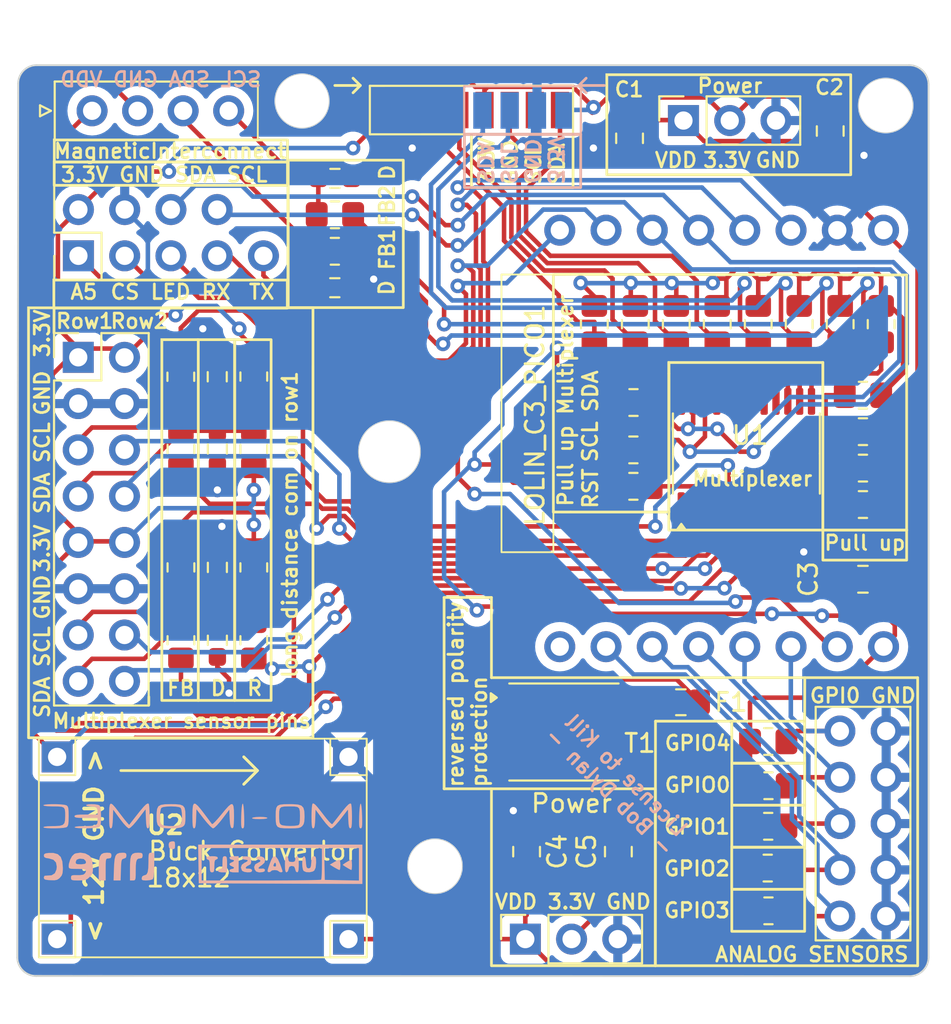
<source format=kicad_pcb>
(kicad_pcb (version 20240108) (generator "pcbnew") (generator_version "8.0")
  (layers (0 "F.Cu" signal) (31 "B.Cu" signal) (34 "B.Paste" user) (35 "F.Paste" user) (36 "B.SilkS" user "B.Silkscreen") (37 "F.SilkS" user "F.Silkscreen") (38 "B.Mask" user) (39 "F.Mask" user) (44 "Edge.Cuts" user))
  (net 0 "")
  (net 1 "GND")
  (net 2 "VDD")
  (net 3 "+3.3V")
  (net 4 "/SDA")
  (net 5 "/SCL")
  (net 6 "/SPI_CS")
  (net 7 "/GPIO4_LED")
  (net 8 "/GPIO20_RX")
  (net 9 "/GPIO21_TX")
  (net 10 "Net-(J1-Pin_4)")
  (net 11 "Net-(J1-Pin_2)")
  (net 12 "Net-(J1-Pin_10)")
  (net 13 "Net-(J1-Pin_6)")
  (net 14 "Net-(J1-Pin_8)")
  (net 15 "/A5")
  (net 19 "Net-(U1-~{RESET})")
  (net 20 "Net-(T1-D)")
  (net 21 "VDD_12V")
  (net 22 "GND_12V")
  (net 23 "Net-(D5-A2)")
  (net 24 "Net-(D6-A2)")
  (net 25 "Net-(J4-Pin_6)")
  (net 26 "Net-(J4-Pin_14)")
  (net 27 "Net-(J4-Pin_16)")
  (net 29 "Net-(J4-Pin_8)")
  (net 30 "Net-(D1-A2)")
  (net 31 "Net-(D2-A2)")
  (net 32 "Net-(D3-A2)")
  (net 33 "Net-(D4-A2)")
  (net 34 "Net-(J3-Pin_7)")
  (net 35 "Net-(U1-SC0)")
  (net 36 "Net-(U1-SD0)")
  (net 37 "Net-(J3-Pin_8)")
  (net 38 "Net-(J3-Pin_4)")
  (net 39 "Net-(J3-Pin_3)")
  (net 40 "Net-(J2-Pin_4)")
  (net 41 "Net-(J2-Pin_3)")
  (net 42 "Net-(U1-SD2)")
  (net 43 "Net-(U1-SC2)")
  (net 44 "Net-(T1-S)")
  (net 45 "/SDA_mult")
  (net 46 "/SCL_mult")
  (footprint "Resistor_SMD:R_0805_2012Metric_Pad1.20x1.40mm_HandSolder" (layer "F.Cu") (at 219.771616 100.351675 180)
    (property "Reference" "R16" (hide yes))
    (property "Value" "R")
  )
  (footprint "Resistor_SMD:R_0805_2012Metric_Pad1.20x1.40mm_HandSolder" (layer "F.Cu") (at 226 70.5 -90)
    (property "Reference" "R25" (hide yes))
    (property "Value" "R")
  )
  (footprint "Resistor_SMD:R_0805_2012Metric_Pad1.20x1.40mm_HandSolder" (layer "F.Cu") (at 191.55 73.375159 -90)
    (property "Reference" "R8" (hide yes))
    (property "Value" "3.3K")
  )
  (footprint "Connector_PinHeader_2.54mm:PinHeader_2x05_P2.54mm_Vertical" (layer "F.Cu") (at 226.275 102.99 180)
    (property "Reference" "J1" (hide yes))
    (property "Value" "Conn_01x06")
  )
  (footprint "Resistor_SMD:R_0805_2012Metric_Pad1.20x1.40mm_HandSolder" (layer "F.Cu") (at 219.811509 102.6981 180)
    (property "Reference" "R17" (hide yes))
    (property "Value" "220")
  )
  (footprint "Resistor_SMD:R_0805_2012Metric_Pad1.20x1.40mm_HandSolder" (layer "F.Cu") (at 212.4 74.8)
    (property "Reference" "R4" (hide yes))
    (property "Value" "1K")
  )
  (footprint "Resistor_SMD:R_0805_2012Metric_Pad1.20x1.40mm_HandSolder" (layer "F.Cu") (at 221.5 70.5 -90)
    (property "Reference" "R27" (hide yes))
    (property "Value" "3.3K")
  )
  (footprint "Resistor_SMD:R_0603_1608Metric_Pad0.98x0.95mm_HandSolder" (layer "F.Cu") (at 189.55 87.85 90)
    (property "Reference" "D5" (hide yes))
    (property "Value" "TVS Diode 824012823")
  )
  (footprint "Resistor_SMD:R_0805_2012Metric_Pad1.20x1.40mm_HandSolder" (layer "F.Cu") (at 225 76.4 180)
    (property "Reference" "R10" (hide yes))
    (property "Value" "R")
  )
  (footprint "DEBO DCDC DOWN 4:DEBO DCDC DOWN 4" (layer "F.Cu") (at 188.75 97.25)
    (property "Reference" "U2")
    (property "Value" "DEBO DCDC DOWN 4")
  )
  (footprint "Package_SO:TSSOP-24_4.4x7.8mm_P0.65mm" (layer "F.Cu") (at 218.6 77.6 90)
    (property "Reference" "U1")
    (property "Value" "TCA9548APWR")
  )
  (footprint "Resistor_SMD:R_0805_2012Metric_Pad1.20x1.40mm_HandSolder" (layer "F.Cu") (at 217 70.5 -90)
    (property "Reference" "R21" (hide yes))
    (property "Value" "R")
  )
  (footprint "Resistor_SMD:R_0805_2012Metric_Pad1.20x1.40mm_HandSolder" (layer "F.Cu") (at 225 78.4 180)
    (property "Reference" "R18" (hide yes))
    (property "Value" "R")
  )
  (footprint "Package_SON:Infineon_PG-TDSON-8_6.15x5.15mm" (layer "F.Cu") (at 208.575 92.906813)
    (property "Reference" "T1")
    (property "Value" "BSC320N20NS3_G")
  )
  (footprint "Connector_PinHeader_2.54mm:PinHeader_2x05_P2.54mm_Vertical" (layer "F.Cu") (at 181.92 66.75 90)
    (property "Reference" "J4-OffTheShelf-Digital1" (hide yes))
    (property "Value" "Conn_02x06_Counter_Clockwise")
  )
  (footprint "Resistor_SMD:R_0805_2012Metric_Pad1.20x1.40mm_HandSolder" (layer "F.Cu") (at 223.75 70.5 -90)
    (property "Reference" "R24" (hide yes))
    (property "Value" "R")
  )
  (footprint "Resistor_SMD:R_0805_2012Metric_Pad1.20x1.40mm_HandSolder" (layer "F.Cu") (at 212.5 70.5 -90)
    (property "Reference" "R23" (hide yes))
    (property "Value" "R")
  )
  (footprint "Connector_JST:JST_VH_B4P-VH-B_1x04_P3.96mm_Vertical" (layer "F.Cu") (at 182.67 58.79)
    (property "Reference" "MagneticInterconnect")
    (property "Value" "Conn_01x08")
  )
  (footprint "Connector_PinSocket_2.54mm:PinSocket_1x03_P2.54mm_Vertical" (layer "F.Cu") (at 206.46 104.25 90)
    (property "Reference" "Power")
    (property "Value" "Conn_01x03")
  )
  (footprint "Resistor_SMD:R_0805_2012Metric_Pad1.20x1.40mm_HandSolder" (layer "F.Cu") (at 225 74.4 180)
    (property "Reference" "R9" (hide yes))
    (property "Value" "R")
  )
  (footprint "Resistor_SMD:R_0805_2012Metric_Pad1.20x1.40mm_HandSolder" (layer "F.Cu") (at 219.25 70.5 -90)
    (property "Reference" "R26" (hide yes))
    (property "Value" "R")
  )
  (footprint "Resistor_SMD:R_0603_1608Metric_Pad0.98x0.95mm_HandSolder" (layer "F.Cu") (at 196 68.5 180)
    (property "Reference" "D2" (hide yes))
    (property "Value" "TVS Diode 824012823")
  )
  (footprint "Resistor_SMD:R_0805_2012Metric_Pad1.20x1.40mm_HandSolder" (layer "F.Cu") (at 191.55 77.35 90)
    (property "Reference" "R7" (hide yes))
    (property "Value" "R")
  )
  (footprint "Connector_PinHeader_2.54mm:PinHeader_2x08_P2.54mm_Vertical" (layer "F.Cu") (at 181.91 72.32)
    (property "Reference" "J4" (hide yes))
    (property "Value" "Conn_01x06" (hide yes))
  )
  (footprint "Capacitor_SMD:C_0805_2012Metric_Pad1.18x1.45mm_HandSolder" (layer "F.Cu") (at 212.184817 60.299576 90)
    (property "Reference" "C1")
    (property "Value" "C_Small")
  )
  (footprint "Resistor_SMD:R_0805_2012Metric_Pad1.20x1.40mm_HandSolder" (layer "F.Cu") (at 219.811509 95.832038 180)
    (property "Reference" "R14" (hide yes))
    (property "Value" "R" (hide yes))
  )
  (footprint "Resistor_SMD:R_0805_2012Metric_Pad1.20x1.40mm_HandSolder" (layer "F.Cu") (at 196 66.5 180)
    (property "Reference" "FB1")
    (property "Value" "FerriteBead")
  )
  (footprint "Fuse:Fuse_0805_2012Metric_Pad1.15x1.40mm_HandSolder" (layer "F.Cu") (at 215 91.25 180)
    (property "Reference" "F1")
    (property "Value" "Fuse")
  )
  (footprint "Capacitor_SMD:C_0805_2012Metric_Pad1.18x1.45mm_HandSolder" (layer "F.Cu") (at 206.53 99.45 -90)
    (property "Reference" "C4")
    (property "Value" "C_Small")
  )
  (footprint "Resistor_SMD:R_0603_1608Metric_Pad0.98x0.95mm_HandSolder" (layer "F.Cu") (at 189.542528 73.386579 -90)
    (property "Reference" "D3" (hide yes))
    (property "Value" "TVS Diode 824012823")
  )
  (footprint "Resistor_SMD:R_0603_1608Metric_Pad0.98x0.95mm_HandSolder" (layer "F.Cu") (at 189.55 77.35 90)
    (property "Reference" "D4" (hide yes))
    (property "Value" "TVS Diode 824012823")
  )
  (footprint "Resistor_SMD:R_0805_2012Metric_Pad1.20x1.40mm_HandSolder" (layer "F.Cu") (at 219.798693 93.404591 180)
    (property "Reference" "R13" (hide yes))
    (property "Value" "R" (hide yes))
  )
  (footprint "Resistor_SMD:R_0603_1608Metric_Pad0.98x0.95mm_HandSolder" (layer "F.Cu") (at 196.005603 62.5 180)
    (property "Reference" "D1" (hide yes))
    (property "Value" "TVS Diode 824012823")
  )
  (footprint "Resistor_SMD:R_0805_2012Metric_Pad1.20x1.40mm_HandSolder" (layer "F.Cu") (at 219.79828 98.058578 180)
    (property "Reference" "R15" (hide yes))
    (property "Value" "R" (hide yes))
  )
  (footprint "Resistor_SMD:R_0805_2012Metric_Pad1.20x1.40mm_HandSolder" (layer "F.Cu") (at 187.55 87.85 90)
    (property "Reference" "FB5" (hide yes))
    (property "Value" "FerriteBead")
  )
  (footprint "Resistor_SMD:R_0805_2012Metric_Pad1.20x1.40mm_HandSolder" (layer "F.Cu") (at 187.55 83.85 -90)
    (property "Reference" "FB6" (hide yes))
    (property "Value" "FerriteBead")
  )
  (footprint "User:LOLIN_C3_PICO_1.0.0" (layer "F.Cu") (at 218.511923 75.501844 90)
    (property "Reference" "LOLIN_C3_PICO1")
    (property "Value" "~" (hide yes))
  )
  (footprint "Capacitor_SMD:C_0805_2012Metric_Pad1.18x1.45mm_HandSolder" (layer "F.Cu") (at 223.202941 59.899576 90)
    (property "Reference" "C2")
    (property "Value" "C_Small")
  )
  (footprint "Resistor_SMD:R_0805_2012Metric_Pad1.20x1.40mm_HandSolder" (layer "F.Cu") (at 212.394659 77.4)
    (property "Reference" "R1" (hide yes))
    (property "Value" "1K")
  )
  (footprint "Resistor_SMD:R_0805_2012Metric_Pad1.20x1.40mm_HandSolder" (layer "F.Cu") (at 191.55 87.85 90)
    (property "Reference" "R11" (hide yes))
    (property "Value" "R")
  )
  (footprint "Resistor_SMD:R_0805_2012Metric_Pad1.20x1.40mm_HandSolder" (layer "F.Cu") (at 187.55 77.35 90)
    (property "Reference" "FB4" (hide yes))
    (property "Value" "FerriteBead")
  )
  (footprint "Resistor_SMD:R_0805_2012Metric_Pad1.20x1.40mm_HandSolder" (layer "F.Cu") (at 191.55 83.85 -90)
    (property "Reference" "R12" (hide yes))
    (property "Value" "R")
  )
  (footprint "Resistor_SMD:R_0805_2012Metric_Pad1.20x1.40mm_HandSolder" (layer "F.Cu") (at 225 80.4 180)
    (property "Reference" "R19" (hide yes))
    (property "Value" "R")
  )
  (footprint "Connector_PinSocket_2.54mm:PinSocket_1x03_P2.54mm_Vertical" (layer "F.Cu") (at 215.144817 59.324976 90)
    (property "Reference" "Power")
    (property "Value" "Conn_01x03")
  )
  (footprint "Resistor_SMD:R_0805_2012Metric_Pad1.20x1.40mm_HandSolder" (layer "F.Cu") (at 187.542528 73.386579 -90)
    (property "Reference" "FB3" (hide yes))
    (property "Value" "FerriteBead")
  )
  (footprint "Connector_PinHeader_2.54mm:PinHeader_1x08_P2.54mm_Vertical" (layer "F.Cu") (at 197.218572 58.75 90)
    (property "Reference" "J3" (hide yes))
    (property "Value" "Conn_01x06")
  )
  (footprint "Resistor_SMD:R_0805_2012Metric_Pad1.20x1.40mm_HandSolder" (layer "F.Cu") (at 196.005603 64.5)
    (property "Reference" "FB2")
    (property "Value" "FerriteBead")
  )
  (footprint "Capacitor_SMD:C_0805_2012Metric_Pad1.18x1.45mm_HandSolder" (layer "F.Cu") (at 225 84.5 180)
    (property "Reference" "C3")
    (property "Value" "10uF")
  )
  (footprint "Resistor_SMD:R_0805_2012Metric_Pad1.20x1.40mm_HandSolder" (layer "F.Cu") (at 210.25 70.5 -90)
    (property "Reference" "R22" (hide yes))
    (property "Value" "R")
  )
  (footprint "Resistor_SMD:R_0603_1608Metric_Pad0.98x0.95mm_HandSolder" (layer "F.Cu") (at 189.55 83.85 -90)
    (property "Reference" "D6" (hide yes))
    (property "Value" "TVS Diode 824012823")
  )
  (footprint "Resistor_SMD:R_0805_2012Metric_Pad1.20x1.40mm_HandSolder" (layer "F.Cu") (at 212.394659 79.4)
    (property "Reference" "R5" (hide yes))
    (property "Value" "1K")
  )
  (footprint "Capacitor_SMD:C_0805_2012Metric_Pad1.18x1.45mm_HandSolder" (layer "F.Cu") (at 211.57 99.45 -90)
    (property "Reference" "C5")
    (property "Value" "C_Small")
  )
  (footprint "Resistor_SMD:R_0805_2012Metric_Pad1.20x1.40mm_HandSolder" (layer "F.Cu") (at 214.75 70.5 -90)
    (property "Reference" "R20" (hide yes))
    (property "Value" "R")
  )
  (footprint "Connector_PinHeader_2.54mm:PinHeader_1x04_P2.54mm_Vertical" (layer "B.Cu") (at 210.602635 58.775367 90)
    (property "Reference" "J2" (hide yes))
    (property "Value" "Conn_01x06")
  )
  (footprint "LOGO" (layer "B.Cu") (at 188.75 98.999998 180)
    (property "Reference" "G***" (hide yes))
    (property "Value" "LOGO" (hide yes))
  )
  (gr_rect (start 203.116728 60.071484) (end 209.5 63) (stroke (width 0.15)) (fill none) (layer "B.SilkS"))
  (gr_line (start 209.8 57) (end 209.4 57.4) (stroke (width 0.15)) (layer "B.SilkS"))
  (gr_line (start 209.4 57.4) (end 210.8 57.4) (stroke (width 0.15)) (layer "B.SilkS"))
  (gr_line (start 209.4 57.4) (end 209.8 57.8) (stroke (width 0.15)) (layer "B.SilkS"))
  (gr_line (start 208.001092 67.775278) (end 208 80.811168) (stroke (width 0.15)) (layer "F.SilkS"))
  (gr_rect (start 217.798693 101.512864) (end 221.798693 103.823313) (stroke (width 0.15)) (fill none) (layer "F.SilkS"))
  (gr_line (start 222.8 72.8) (end 222.8 72.6) (stroke (width 0.15)) (layer "F.SilkS"))
  (gr_rect (start 180.59 61.6) (end 193.4 62.88) (stroke (width 0.15)) (fill none) (layer "F.SilkS"))
  (gr_rect (start 217.798693 96.897711) (end 221.798693 99.20816) (stroke (width 0.15)) (fill none) (layer "F.SilkS"))
  (gr_line (start 208.944659 80.811722) (end 208 80.811168) (stroke (width 0.15)) (layer "F.SilkS"))
  (gr_line (start 196 57.4) (end 197.4 57.4) (stroke (width 0.15)) (layer "F.SilkS"))
  (gr_rect (start 210.934817 56.809386) (end 224.329991 62.299576) (stroke (width 0.15)) (fill none) (layer "F.SilkS"))
  (gr_line (start 208.943262 67.764539) (end 208.001092 67.775278) (stroke (width 0.15)) (layer "F.SilkS"))
  (gr_line (start 204.6 85.5) (end 204.6 89.900968) (stroke (width 0.15)) (layer "F.SilkS"))
  (gr_rect (start 203.5 60.078166) (end 209.081195 63) (stroke (width 0.15)) (fill none) (layer "F.SilkS"))
  (gr_rect (start 204.6 96) (end 213.6 105.71) (stroke (width 0.15)) (fill none) (layer "F.SilkS"))
  (gr_line (start 194.8 83.37) (end 194.8 91.4) (stroke (width 0.15)) (layer "F.SilkS"))
  (gr_line (start 208.943262 67.764539) (end 227.4 67.8) (stroke (width 0.15)) (layer "F.SilkS"))
  (gr_line (start 197 57.8) (end 197.4 57.4) (stroke (width 0.15)) (layer "F.SilkS"))
  (gr_line (start 191.75 95) (end 191 95.75) (stroke (width 0.15)) (layer "F.SilkS"))
  (gr_line (start 214.344659 73.211722) (end 214.344659 80.811722) (stroke (width 0.15)) (layer "F.SilkS"))
  (gr_rect (start 179.18 69.602869) (end 194.8 93.2) (stroke (width 0.15)) (fill none) (layer "F.SilkS"))
  (gr_rect (start 190.5 71.35) (end 192.5 91.15) (stroke (width 0.15)) (fill none) (layer "F.SilkS"))
  (gr_rect (start 180.570797 68.077843) (end 193.390797 69.619226) (stroke (width 0.15)) (fill none) (layer "F.SilkS"))
  (gr_line (start 228.005 105.71) (end 228.005 89.9) (stroke (width 0.15)) (layer "F.SilkS"))
  (gr_rect (start 180.595631 60.391804) (end 193.4 61.6) (stroke (width 0.15)) (fill none) (layer "F.SilkS"))
  (gr_line (start 214.344659 80.811722) (end 208.944659 80.811722) (stroke (width 0.15)) (layer "F.SilkS"))
  (gr_line (start 221.807217 89.900968) (end 204.6 89.900968) (stroke (width 0.15)) (layer "F.SilkS"))
  (gr_line (start 180.58 70.99) (end 180.581118 69.601801) (stroke (width 0.15)) (layer "F.SilkS"))
  (gr_line (start 194.8 72.8) (end 194.8 80.968084) (stroke (width 0.15)) (layer "F.SilkS"))
  (gr_line (start 204.6 85.5) (end 202 85.5) (stroke (width 0.15)) (layer "F.SilkS"))
  (gr_line (start 191 95.75) (end 191.75 95) (stroke (width 0.15)) (layer "F.SilkS"))
  (gr_line (start 191.75 95) (end 191 94.25) (stroke (width 0.15)) (layer "F.SilkS"))
  (gr_line (start 222.8 81.8) (end 222.8 72.8) (stroke (width 0.15)) (layer "F.SilkS"))
  (gr_line (start 214.344659 73.211722) (end 214.343262 72.604728) (stroke (width 0.15)) (layer "F.SilkS"))
  (gr_line (start 227.4 72.8) (end 227.4 67.8) (stroke (width 0.15)) (layer "F.SilkS"))
  (gr_line (start 184.25 95) (end 191.75 95) (stroke (width 0.15)) (layer "F.SilkS"))
  (gr_line (start 221.8 92.289551) (end 221.807217 89.900968) (stroke (width 0.15)) (layer "F.SilkS"))
  (gr_rect (start 186.5 71.35) (end 188.5 91.15) (stroke (width 0.15)) (fill none) (layer "F.SilkS"))
  (gr_rect (start 217.8 92.289551) (end 221.8 94.6) (stroke (width 0.15)) (fill none) (layer "F.SilkS"))
  (gr_line (start 204.6 96) (end 202 96) (stroke (width 0.15)) (layer "F.SilkS"))
  (gr_rect (start 217.794145 99.208785) (end 221.794145 101.519234) (stroke (width 0.15)) (fill none) (layer "F.SilkS"))
  (gr_line (start 227.4 72.8) (end 227.4 81.8) (stroke (width 0.15)) (layer "F.SilkS"))
  (gr_line (start 191 94.25) (end 191.75 95) (stroke (width 0.15)) (layer "F.SilkS"))
  (gr_rect (start 188.5 71.35) (end 190.5 91.15) (stroke (width 0.15)) (fill none) (layer "F.SilkS"))
  (gr_line (start 213.6 105.71) (end 213.607394 92.289612) (stroke (width 0.15)) (layer "F.SilkS"))
  (gr_rect (start 214.343262 72.604728) (end 222.8 81.8) (stroke (width 0.15)) (fill none) (layer "F.SilkS"))
  (gr_line (start 221.807217 89.900968) (end 228.005 89.9) (stroke (width 0.15)) (layer "F.SilkS"))
  (gr_line (start 202 96) (end 202 85.5) (stroke (width 0.15)) (layer "F.SilkS"))
  (gr_rect (start 217.798693 94.594142) (end 221.798693 96.904591) (stroke (width 0.15)) (fill none) (layer "F.SilkS"))
  (gr_line (start 194.8 80.968084) (end 194.8 83.37) (stroke (width 0.15)) (layer "F.SilkS"))
  (gr_line (start 227.4 81.8) (end 222.8 81.8) (stroke (width 0.15)) (layer "F.SilkS"))
  (gr_rect (start 193.440958 61.5) (end 199.759363 69.590999) (stroke (width 0.15)) (fill none) (layer "F.SilkS"))
  (gr_line (start 185.785724 90.95) (end 185.784239 91.4) (stroke (width 0.15)) (layer "F.SilkS"))
  (gr_line (start 228.005 105.71) (end 213.6 105.71) (stroke (width 0.15)) (layer "F.SilkS"))
  (gr_line (start 217.8 92.289551) (end 213.607394 92.289612) (stroke (width 0.15)) (layer "F.SilkS"))
  (gr_line (start 197.4 57.4) (end 197 57) (stroke (width 0.15)) (layer "F.SilkS"))
  (gr_rect (start 222.8 81.8) (end 227.4 83.45) (stroke (width 0.15)) (fill none) (layer "F.SilkS"))
  (gr_arc (start 178.6128 57.3024) (mid 178.910379 56.583979) (end 179.6288 56.2864) (stroke (width 0.1)) (layer "Edge.Cuts"))
  (gr_arc (start 179.6034 106.273909) (mid 178.875836 105.977726) (end 178.562001 105.2576) (stroke (width 0.1)) (layer "Edge.Cuts"))
  (gr_arc (start 228.601264 105.241224) (mid 228.305081 105.968788) (end 227.584955 106.282623) (stroke (width 0.1)) (layer "Edge.Cuts"))
  (gr_circle (center 194.199801 58.251944) (end 195.687655 58.227556) (stroke (width 0.05)) (fill none) (layer "Edge.Cuts"))
  (gr_circle (center 226.25 58.5) (end 227.75 58.5) (stroke (width 0.05)) (fill none) (layer "Edge.Cuts"))
  (gr_line (start 178.6128 57.3024) (end 178.562001 105.2576) (stroke (width 0.1)) (layer "Edge.Cuts"))
  (gr_line (start 228.601264 105.241224) (end 228.6 57.3532) (stroke (width 0.1)) (layer "Edge.Cuts"))
  (gr_arc (start 227.5332 56.2864) (mid 228.287542 56.598858) (end 228.6 57.3532) (stroke (width 0.1)) (layer "Edge.Cuts"))
  (gr_circle (center 199 77.5) (end 200.696159 77.554801) (stroke (width 0.05)) (fill none) (layer "Edge.Cuts"))
  (gr_circle (center 201.5 100.25) (end 203 100.25) (stroke (width 0.05)) (fill none) (layer "Edge.Cuts"))
  (gr_line (start 179.6034 106.273909) (end 227.584955 106.282623) (stroke (width 0.1)) (layer "Edge.Cuts"))
  (gr_line (start 227.5332 56.2864) (end 179.6288 56.2864) (stroke (width 0.1)) (layer "Edge.Cuts"))
  (gr_text "3.3V\nGND\nSCL\nSDA" (at 203.777416 62.871325 -90) (layer "B.SilkS") (effects (font (size 0.8 0.8) (thickness 0.16) (bold yes)) (justify left bottom mirror)))
  (gr_text "SCL SDA GND VDD\n" (at 192.049524 57.5375 0) (layer "B.SilkS") (effects (font (size 0.8 0.8) (thickness 0.15) (bold yes)) (justify left bottom mirror)))
  (gr_text "License to Kill\n- Bob Dylan -" (at 210.75 96.5 315) (layer "B.SilkS") (effects (font (size 0.8 0.8) (thickness 0.15) (bold yes)) (justify bottom mirror)))
  (gr_text "GPIO2\n" (at 213.998693 100.848987 0) (layer "F.SilkS") (effects (font (size 0.8 0.8)) (justify left bottom)))
  (gr_text "VDD 3.3V GND\n" (at 204.711016 102.670807 0) (layer "F.SilkS") (effects (font (size 0.8 0.8) (thickness 0.15) (bold yes)) (justify left bottom)))
  (gr_text "3.3V" (at 217.534817 61.499576 0) (layer "F.SilkS") (effects (font (size 0.8 0.8))))
  (gr_text "SCL" (at 180.4 89.4 90) (layer "F.SilkS") (effects (font (size 0.8 0.8) (thickness 0.15) (bold yes)) (justify left bottom)))
  (gr_text "SCL" (at 180.4 78.2 90) (layer "F.SilkS") (effects (font (size 0.8 0.8) (thickness 0.15) (bold yes)) (justify left bottom)))
  (gr_text "SDA" (at 180.4 92.2 90) (layer "F.SilkS") (effects (font (size 0.8 0.8) (thickness 0.15) (bold yes)) (justify left bottom)))
  (gr_text "Multiplexer sensor pins" (at 180.403169 92.746038 0) (layer "F.SilkS") (effects (font (size 0.8 0.8) (thickness 0.15) (bold yes)) (justify left bottom)))
  (gr_text "3.3V\n" (at 180.4 84.2 90) (layer "F.SilkS") (effects (font (size 0.8 0.8) (thickness 0.15) (bold yes)) (justify left bottom)))
  (gr_text "Multiplexer" (at 215.55 79.45 0) (layer "F.SilkS") (effects (font (size 0.8 0.8) (thickness 0.15) (bold yes)) (justify left bottom)))
  (gr_text "CS" (at 183.6 69.2 0) (layer "F.SilkS") (effects (font (size 0.8 0.8) (thickness 0.15) (bold yes)) (justify left bottom)))
  (gr_text "reversed polarity \nprotection" (at 204.399208 95.992517 90) (layer "F.SilkS") (effects (font (size 0.8 0.8) (thickness 0.15) (bold yes)) (justify left bottom)))
  (gr_text "3.3V\n" (at 180.4 72.4 90) (layer "F.SilkS") (effects (font (size 0.8 0.8) (thickness 0.15) (bold yes)) (justify left bottom)))
  (gr_text "SDA" (at 210.5 75.4 90) (layer "F.SilkS") (effects (font (size 0.8 0.8) (thickness 0.15) (bold yes)) (justify left bottom)))
  (gr_text "Buck Convertor" (at 185.674 99.9998 0) (layer "F.SilkS") (effects (font (size 1 1)) (justify left bottom)))
  (gr_text "Pull up Multiplexer\n\n" (at 210.42666 80.5833 90) (layer "F.SilkS") (effects (font (size 0.8 0.8) (thickness 0.15) (bold yes)) (justify left bottom)))
  (gr_text "< 12V GND >" (at 183.3626 104.5464 90) (layer "F.SilkS") (effects (font (size 1 1) (thickness 0.2) (bold yes)) (justify left bottom)))
  (gr_text "TX" (at 191.2 69.2 0) (layer "F.SilkS") (effects (font (size 0.8 0.8) (thickness 0.15) (bold yes)) (justify left bottom)))
  (gr_text "GND\n" (at 180.4 86.8 90) (layer "F.SilkS") (effects (font (size 0.8 0.8) (thickness 0.15) (bold yes)) (justify left bottom)))
  (gr_text "A5" (at 181.4 69.2 0) (layer "F.SilkS") (effects (font (size 0.8 0.8) (thickness 0.15) (bold yes)) (justify left bottom)))
  (gr_text "GND\n" (at 180.4 75.6 90) (layer "F.SilkS") (effects (font (size 0.8 0.8) (thickness 0.15) (bold yes)) (justify left bottom)))
  (gr_text "VDD" (at 214.734817 61.499576 0) (layer "F.SilkS") (effects (font (size 0.8 0.8))))
  (gr_text "GPIO3\n" (at 213.998693 103.144142 0) (layer "F.SilkS") (effects (font (size 0.8 0.8)) (justify left bottom)))
  (gr_text "RX\n" (at 188.6 69.2 0) (layer "F.SilkS") (effects (font (size 0.8 0.8) (thickness 0.15) (bold yes)) (justify left bottom)))
  (gr_text "SDA" (at 180.4 81 90) (layer "F.SilkS") (effects (font (size 0.8 0.8) (thickness 0.15) (bold yes)) (justify left bottom)))
  (gr_text "D" (at 189.1 90.95 0) (layer "F.SilkS") (effects (font (size 0.8 0.8) (thickness 0.15) (bold yes)) (justify left bottom)))
  (gr_text "GPIO0" (at 214.030199 96.258679 0) (layer "F.SilkS") (effects (font (size 0.8 0.8)) (justify left bottom)))
  (gr_text "GPI0 GND" (at 222 91.355437 0) (layer "F.SilkS") (effects (font (size 0.8 0.8) (thickness 0.15) (bold yes)) (justify left bottom)))
  (gr_text "SCL" (at 210.486137 78.15 90) (layer "F.SilkS") (effects (font (size 0.8 0.8) (thickness 0.15) (bold yes)) (justify left bottom)))
  (gr_text "GPIO1\n" (at 213.998693 98.553833 0) (layer "F.SilkS") (effects (font (size 0.8 0.8)) (justify left bottom)))
  (gr_text "3.3V GND SDA SCL" (at 180.876231 62.765938 0) (layer "F.SilkS") (effects (font (size 0.8 0.8) (thickness 0.15) (bold yes)) (justify left bottom)))
  (gr_text "GND" (at 220.334817 61.499576 0) (layer "F.SilkS") (effects (font (size 0.8 0.8))))
  (gr_text "long distance com on row1\n" (at 194 73 90) (layer "F.SilkS") (effects (font (size 0.8 0.8) (thickness 0.15) (bold yes)) (justify right bottom)))
  (gr_text "R" (at 191.1 90.95 0) (layer "F.SilkS") (effects (font (size 0.8 0.8) (thickness 0.15) (bold yes)) (justify left bottom)))
  (gr_text "D" (at 199.342638 62.668999 90) (layer "F.SilkS") (effects (font (size 0.8 0.8) (thickness 0.15) (bold yes)) (justify left bottom)))
  (gr_text "D" (at 199.314865 69 90) (layer "F.SilkS") (effects (font (size 0.8 0.8) (thickness 0.15) (bold yes)) (justify left bottom)))
  (gr_text "ANALOG SENSORS" (at 216.8 105.56 0) (layer "F.SilkS") (effects (font (size 0.8 0.8) (thickness 0.15) (bold yes)) (justify left bottom)))
  (gr_text "3.3V\nGND\nSCL\nSDA" (at 208.671244 62.928901 90) (layer "F.SilkS") (effects (font (size 0.8 0.8) (thickness 0.15) (bold yes)) (justify left bottom)))
  (gr_text "Row1" (at 180.6 70.8 0) (layer "F.SilkS") (effects (font (size 0.8 0.8) (thickness 0.15) (bold yes)) (justify left bottom)))
  (gr_text "LED" (at 185.8 69.2 0) (layer "F.SilkS") (effects (font (size 0.8 0.8) (thickness 0.15) (bold yes)) (justify left bottom)))
  (gr_text "GPIO4\n" (at 214.031506 93.963525 0) (layer "F.SilkS") (effects (font (size 0.8 0.8)) (justify left bottom)))
  (gr_text "Row2" (at 183.6 70.8 0) (layer "F.SilkS") (effects (font (size 0.8 0.8) (thickness 0.15) (bold yes)) (justify left bottom)))
  (gr_text "\nRST" (at 210.5 80.7 90) (layer "F.SilkS") (effects (font (size 0.8 0.8) (thickness 0.15) (bold yes)) (justify left bottom)))
  (gr_text "FB\n" (at 186.7 90.95 0) (layer "F.SilkS") (effects (font (size 0.8 0.8) (thickness 0.15) (bold yes)) (justify left bottom)))
  (gr_text "Pull up\n\n" (at 222.8 83.15 0) (layer "F.SilkS") (effects (font (size 0.8 0.8) (thickness 0.15) (bold yes)) (justify left)))
  (gr_text "18x12" (at 185.5724 101.473 0) (layer "F.SilkS") (effects (font (size 1 1)) (justify left bottom)))
  (segment (start 198.584288 62.5) (end 200.25 60.834288) (width 0.25) (layer "F.Cu") (net 1))
  (segment (start 222 81.3625) (end 222.175 81.1875) (width 0.25) (layer "F.Cu") (net 1))
  (segment (start 205.8 97.2) (end 206.53 97.93) (width 0.25) (layer "F.Cu") (net 1))
  (segment (start 225.056968 61.235983) (end 223.501848 61.235983) (width 0.25) (layer "F.Cu") (net 1))
  (segment (start 200.453136 59.423372) (end 200.453136 58.75) (width 0.25) (layer "F.Cu") (net 1))
  (segment (start 189.55 78.35) (end 189.55 79.6) (width 0.25) (layer "F.Cu") (net 1))
  (segment (start 197.661732 68.5) (end 198.13213 68.029602) (width 0.25) (layer "F.Cu") (net 1))
  (segment (start 196.9125 68.5) (end 197.661732 68.5) (width 0.25) (layer "F.Cu") (net 1))
  (segment (start 223.7125 84.075) (end 222 82.3625) (width 0.25) (layer "F.Cu") (net 1))
  (segment (start 208.0575 98.4125) (end 211.57 98.4125) (width 0.25) (layer "F.Cu") (net 1))
  (segment (start 223.7125 84.5) (end 223.7125 84.075) (width 0.25) (layer "F.Cu") (net 1))
  (segment (start 223.501848 61.235983) (end 223.202941 60.937076) (width 0.25) (layer "F.Cu") (net 1))
  (segment (start 189.55 81.85) (end 189.55 82.85) (width 0.25) (layer "F.Cu") (net 1))
  (segment (start 189.8 81.6) (end 189.55 81.85) (width 0.25) (layer "F.Cu") (net 1))
  (segment (start 200.25 58.925712) (end 200.074288 58.75) (width 0.25) (layer "F.Cu") (net 1))
  (segment (start 212.184817 61.337076) (end 210.702788 61.337076) (width 0.25) (layer "F.Cu") (net 1))
  (segment (start 205.6 58.75) (end 205.6 60.1) (width 0.25) (layer "F.Cu") (net 1))
  (segment (start 210.702788 61.337076) (end 210.2 60.834288) (width 0.25) (layer "F.Cu") (net 1))
  (segment (start 208.0575 98.4125) (end 206.53 98.4125) (width 0.25) (layer "F.Cu") (net 1))
  (segment (start 196.918103 62.5) (end 198.584288 62.5) (width 0.25) (layer "F.Cu") (net 1))
  (segment (start 206.53 97.93) (end 206.53 98.4125) (width 0.25) (layer "F.Cu") (net 1))
  (segment (start 188.75 70.75) (end 189.542528 71.542528) (width 0.25) (layer "F.Cu") (net 1))
  (segment (start 190.1899 89.9601) (end 189.55 89.3202) (width 0.25) (layer "F.Cu") (net 1))
  (segment (start 222 82.3625) (end 222 81.3625) (width 0.25) (layer "F.Cu") (net 1))
  (segment (start 190.1899 90.75) (end 190.1899 89.9601) (width 0.25) (layer "F.Cu") (net 1))
  (segment (start 221.75 82.6125) (end 222 82.3625) (width 0.25) (layer "F.Cu") (net 1))
  (segment (start 221.75 83) (end 221.75 82.6125) (width 0.25) (layer "F.Cu") (net 1))
  (segment (start 189.55 88.7625) (end 189.55 89.3202) (width 0.25) (layer "F.Cu") (net 1))
  (segment (start 200.25 60.834288) (end 200.25 58.925712) (width 0.25) (layer "F.Cu") (net 1))
  (segment (start 189.542528 71.542528) (end 189.542528 72.386579) (width 0.25) (layer "F.Cu") (net 1))
  (segment (start 205.6 60.1) (end 206.25 60.75) (width 0.25) (layer "F.Cu") (net 1))
  (via (at 198.13213 68.029602) (size 0.8) (drill 0.4) (layers "F.Cu" "B.Cu") (net 1))
  (via (at 221.75 83) (size 0.8) (drill 0.4) (layers "F.Cu" "B.Cu") (net 1))
  (via (at 210.2 60.834288) (size 0.8) (drill 0.4) (layers "F.Cu" "B.Cu") (net 1))
  (via (at 200.25 60.834288) (size 0.8) (drill 0.4) (layers "F.Cu" "B.Cu") (net 1))
  (via (at 206.25 60.75) (size 0.8) (drill 0.4) (layers "F.Cu" "B.Cu") (net 1))
  (via (at 188.75 70.75) (size 0.8) (drill 0.4) (layers "F.Cu" "B.Cu") (net 1))
  (via (at 205.8 97.2) (size 0.8) (drill 0.4) (layers "F.Cu" "B.Cu") (net 1))
  (via (at 190.1899 90.75) (size 0.8) (drill 0.4) (layers "F.Cu" "B.Cu") (net 1))
  (via (at 189.8 81.6) (size 0.8) (drill 0.4) (layers "F.Cu" "B.Cu") (net 1))
  (via (at 189.55 79.6) (size 0.8) (drill 0.4) (layers "F.Cu" "B.Cu") (net 1))
  (via (at 225.056968 61.235983) (size 0.8) (drill 0.4) (layers "F.Cu" "B.Cu") (net 1))
  (segment (start 184.46 64.21) (end 185.733514 65.483514) (width 0.25) (layer "B.Cu") (net 1))
  (segment (start 185.733514 65.483514) (end 185.733514 68.531198) (width 0.25) (layer "B.Cu") (net 1))
  (segment (start 206.888572 60.111428) (end 206.25 60.75) (width 0.25) (layer "B.Cu") (net 1))
  (segment (start 206.888572 58.741484) (end 206.888572 60.111428) (width 0.25) (layer "B.Cu") (net 1))
  (segment (start 188.75 70.75) (end 188.837096 70.75) (width 0.25) (layer "B.Cu") (net 1))
  (segment (start 221.017039 60.452376) (end 224.12317 63.558507) (width 0.25) (layer "F.Cu") (net 2))
  (segment (start 215.1846 59) (end 215.21 59.0254) (width 0.25) (layer "F.Cu") (net 2))
  (segment (start 215.144817 59.324976) (end 216.272217 60.452376) (width 0.25) (layer "F.Cu") (net 2))
  (segment (start 196.75 104.25) (end 206.46 104.25) (width 0.25) (layer "F.Cu") (net 2))
  (segment (start 212.452417 59.299576) (end 215.119417 59.299576) (width 0.25) (layer "F.Cu") (net 2))
  (segment (start 216.272217 60.452376) (end 221.017039 60.452376) (width 0.25) (layer "F.Cu") (net 2))
  (segment (start 224.12317 63.558507) (end 224.338507 63.558507) (width 0.25) (layer "F.Cu") (net 2))
  (segment (start 227.5 105.75) (end 207.96 105.75) (width 0.25) (layer "F.Cu") (net 2))
  (segment (start 206.46 103) (end 206.46 104.25) (width 0.25) (layer "F.Cu") (net 2))
  (segment (start 228 67.22) (end 228 105.25) (width 0.25) (layer "F.Cu") (net 2))
  (segment (start 228 105.25) (end 227.5 105.75) (width 0.25) (layer "F.Cu") (net 2))
  (segment (start 224.338507 63.558507) (end 228 67.22) (width 0.25) (layer "F.Cu") (net 2))
  (segment (start 207.96 105.75) (end 206.46 104.25) (width 0.25) (layer "F.Cu") (net 2))
  (segment (start 206.53 102.93) (end 206.46 103) (width 0.25) (layer "F.Cu") (net 2))
  (segment (start 206.53 100.4875) (end 206.53 102.93) (width 0.25) (layer "F.Cu") (net 2))
  (segment (start 208.2 71.8) (end 208.2 73.7) (width 0.25) (layer "F.Cu") (net 3))
  (segment (start 199.2 57) (end 199 57.2) (width 0.25) (layer "F.Cu") (net 3))
  (segment (start 197 60.834288) (end 198.69286 59.141428) (width 0.25) (layer "F.Cu") (net 3))
  (segment (start 219.75 68.021006) (end 219.25 68.021006) (width 0.25) (layer "F.Cu") (net 3))
  (segment (start 180.5 73.255724) (end 180.5 80.584276) (width 0.25) (layer "F.Cu") (net 3))
  (segment (start 181.915724 82.474276) (end 181.915724 82) (width 0.25) (layer "F.Cu") (net 3))
  (segment (start 226.12 88.2) (end 223.32 91) (width 0.25) (layer "F.Cu") (net 3))
  (segment (start 225.606209 67.5) (end 224.75 67.5) (width 0.25) (layer "F.Cu") (net 3))
  (segment (start 221.5 69.521006) (end 221.5 68) (width 0.25) (layer "F.Cu") (net 3))
  (segment (start 212.25 69.25) (end 212.5 69.5) (width 0.25) (layer "F.Cu") (net 3))
  (segment (start 220.25 67.521006) (end 219.75 68.021006) (width 0.25) (layer "F.Cu") (net 3))
  (segment (start 203.441663 57.207576) (end 203.234087 57) (width 0.25) (layer "F.Cu") (net 3))
  (segment (start 212.6 73.8) (end 214.0875 73.8) (width 0.25) (layer "F.Cu") (net 3))
  (segment (start 222.4274 67.5726) (end 222 68) (width 0.25) (layer "F.Cu") (net 3))
  (segment (start 184.005221 62.124779) (end 186.886443 62.124779) (width 0.25) (layer "F.Cu") (net 3))
  (segment (start 226.131923 88.201844) (end 226.75 87.583767) (width 0.25) (layer "F.Cu") (net 3))
  (segment (start 203.706687 57.4726) (end 204.4 57.4726) (width 0.25) (layer "F.Cu") (net 3))
  (segment (start 226 69.5) (end 226 67.893791) (width 0.25) (layer "F.Cu") (net 3))
  (segment (start 223.437098 67.5726) (end 222.4274 67.5726) (width 0.25) (layer "F.Cu") (net 3))
  (segment (start 218.798693 93.404591) (end 218.798693 102.603958) (width 0.25) (layer "F.Cu") (net 3))
  (segment (start 223.75 67.885502) (end 223.437098 67.5726) (width 0.25) (layer "F.Cu") (net 3))
  (segment (start 199 58.44286) (end 198.69286 58.75) (width 0.25) (layer "F.Cu") (net 3))
  (segment (start 210.25 68.9822) (end 210.25 69.5) (width 0.25) (layer "F.Cu") (net 3))
  (segment (start 221.5 68) (end 221.5 67.881508) (width 0.25) (layer "F.Cu") (net 3))
  (segment (start 214.0875 73.8) (end 215.025 74.7375) (width 0.25) (layer "F.Cu") (net 3))
  (segment (start 216.417885 58.058044) (end 217.684817 59.324976) (width 0.25) (layer "F.Cu") (net 3))
  (segment (start 226 69.5) (end 226.5 69.5) (width 0.25) (layer "F.Cu") (net 3))
  (segment (start 191.55 72.1524) (end 191.55 72.375159) (width 0.25) (layer "F.Cu") (net 3))
  (segment (start 198.69286 59.141428) (end 198.69286 58.75) (width 0.25) (layer "F.Cu") (net 3))
  (segment (start 199.071708 59.423372) (end 199.071708 58.75) (width 0.25) (layer "F.Cu") (net 3))
  (segment (start 211.57 100.4875) (end 211.57 101.68) (width 0.25) (layer "F.Cu") (net 3))
  (segment (start 226.12 87.77) (end 226.12 88.2) (width 0.25) (layer "F.Cu") (net 3))
  (segment (start 209.5 75) (end 211.4 75) (width 0.25) (layer "F.Cu") (net 3))
  (segment (start 221.5 68.5) (end 221.5 68.8) (width 0.25) (layer "F.Cu") (net 3))
  (segment (start 226.75 87) (end 226.25 86.5) (width 0.25) (layer "F.Cu") (net 3))
  (segment (start 223.32 91) (end 219.060449 91) (width 0.25) (layer "F.Cu") (net 3))
  (segment (start 222.75 86.5) (end 226.25 86.5) (width 0.25) (layer "F.Cu") (net 3))
  (segment (start 180.88148 92.4024) (end 180.5 92.02092) (width 0.25) (layer "F.Cu") (net 3))
  (segment (start 219.25 69.5) (end 219.25 68.042011) (width 0.25) (layer "F.Cu") (net 3))
  (segment (start 227.5 82.5) (end 226 81) (width 0.25) (layer "F.Cu") (net 3))
  (segment (start 219.009793 58) (end 217.684817 59.324976) (width 0.25) (layer "F.Cu") (net 3))
  (segment (start 180.7926 65.3374) (end 180.7926 70.716876) (width 0.25) (layer "F.Cu") (net 3))
  (segment (start 204.218572 57.654028) (end 204.4 57.4726) (width 0.25) (layer "F.Cu") (net 3))
  (segment (start 221.5 67.881508) (end 221.139498 67.521006) (width 0.25) (layer "F.Cu") (net 3))
  (segment (start 180.7926 70.716876) (end 181.915724 71.84) (width 0.25) (layer "F.Cu") (net 3))
  (segment (start 210.976349 58.058044) (end 216.417885 58.058044) (width 0.25) (layer "F.Cu") (net 3))
  (segment (start 227.5 85.75) (end 227.5 83.75) (width 0.25) (layer "F.Cu") (net 3))
  (segment (start 206.4 86.4) (end 206 86) (width 0.25) (layer "F.Cu") (net 3))
  (segment (start 223.75 69.478994) (end 223.75 67.885502) (width 0.25) (layer "F.Cu") (net 3))
  (segment (start 182.335724 82.42) (end 184.035724 82.42) (width 0.25) (layer "F.Cu") (net 3))
  (segment (start 221.5 68) (end 222 68) (width 0.25) (layer "F.Cu") (net 3))
  (segment (start 208.2 73.7) (end 209.5 75) (width 0.25) (layer "F.Cu") (net 3))
  (segment (start 223.202941 58.862076) (end 222.340865 58) (width 0.25) (layer "F.Cu") (net 3))
  (segment (start 218.798693 102.603958) (end 213.686458 102.603958) (width 0.25) (layer "F.Cu") (net 3))
  (segment (start 209.0726 57.4726) (end 204.4 57.4726) (width 0.25) (layer "F.Cu") (net 3))
  (segment (start 190.75 71) (end 191.55 71.8) (width 0.25) (layer "F.Cu") (net 3))
  (segment (start 205.25 85.25) (end 206 86) (width 0.25) (layer "F.Cu") (net 3))
  (segment (start 226.75 86.5) (end 227.5 85.75) (width 0.25) (layer "F.Cu") (net 3))
  (segment (start 194.589361 89.291487) (end 194.589361 90.229719) (width 0.25) (layer "F.Cu") (net 3))
  (segment (start 226.25 86.5) (end 226.75 86.5) (width 0.25) (layer "F.Cu") (net 3))
  (segment (start 180.5 83.89) (end 181.915724 82.474276) (width 0.25) (layer "F.Cu") (net 3))
  (segment (start 218.798693 91.261756) (end 218.798693 93.404591) (width 0.25) (layer "F.Cu") (net 3))
  (segment (start 204 86) (end 206 86) (width 0.25) (layer "F.Cu") (net 3))
  (segment (start 226.5 69.5) (end 227.2 70.2) (width 0.25) (layer "F.Cu") (net 3))
  (segment (start 227.2 73.2) (end 226 74.4) (width 0.25) (layer "F.Cu") (net 3))
  (segment (start 198.630848 85.25) (end 205.25 85.25) (width 0.25) (layer "F.Cu") (net 3))
  (segment (start 181.915724 71.84) (end 184.455724 71.84) (width 0.25) (layer "F.Cu") (net 3))
  (segment (start 194.589361 90.229719) (end 192.41668 92.4024) (width 0.25) (layer "F.Cu") (net 3))
  (segment (start 224.25 69) (end 223.75 69.5) (width 0.25) (layer "F.Cu") (net 3))
  (segment (start 191.55 81.5) (end 191.55 82.85) (width 0.25) (layer "F.Cu") (net 3))
  (segment (start 204.8 78.2) (end 205.8 79.2) (width 0.25) (layer "F.Cu") (net 3))
  (segment (start 192.41668 92.4024) (end 180.88148 92.4024) (width 0.25) (layer "F.Cu") (net 3))
  (segment (start 216.9822 68) (end 217.5 68) (width 0.25) (layer "F.Cu") (net 3))
  (segment (start 226.75 87.583767) (end 226.75 87) (width 0.25) (layer "F.Cu") (net 3))
  (segment (start 218.707989 67.5) (end 218 67.5) (width 0.25) (layer "F.Cu") (net 3))
  (segment (start 227.2 70.2) (end 227.2 73.2) (width 0.25) (layer "F.Cu") (net 3))
  (segment (start 222.340865 58) (end 219.009793 58) (width 0.25) (layer "F.Cu") (net 3))
  (segment (start 214.75 68.25) (end 214.5 68) (width 0.25) (layer "F.Cu") (net 3))
  (segment (start 210.2 58.6) (end 209.0726 57.4726) (width 0.25) (layer "F.Cu") (net 3))
  (segment (start 226.75 84.5) (end 227.5 83.75) (width 0.25) (layer "F.Cu") (net 3))
  (segment (start 191.55 71.8) (end 191.55 72.375159) (width 0.25) (layer "F.Cu") (net 3))
  (segment (start 219.25 68.042011) (end 218.707989 67.5) (width 0.25) (layer "F.Cu") (net 3))
  (segment (start 209.5 68.2322) (end 210.25 68.9822) (width 0.25) (layer "F.Cu") (net 3))
  (segment (start 211.394659 79.111722) (end 211.394659 76.861722) (width 0.25) (layer "F.Cu") (net 3))
  (segment (start 212.25 68) (end 212.25 69.25) (width 0.25) (layer "F.Cu") (net 3))
  (segment (start 204.218572 58.75) (end 204.218572 57.654028) (width 0.25) (layer "F.Cu") (net 3))
  (segment (start 184.035724 82.42) (end 184.455724 82) (width 0.25) (layer "F.Cu") (net 3))
  (segment (start 217.5 68) (end 217.5 69) (width 0.25) (layer "F.Cu") (net 3))
  (segment (start 203.8 86.2) (end 204 86) (width 0.25) (layer "F.Cu") (net 3))
  (segment (start 205.8 79.2) (end 211.306381 79.2) (width 0.25) (layer "F.Cu") (net 3))
  (segment (start 213.686458 102.603958) (end 211.57 100.4875) (width 0.25) (layer "F.Cu") (net 3))
  (segment (start 210.134817 58.899576) (end 210.976349 58.058044) (width 0.25) (layer "F.Cu") (net 3))
  (segment (start 203.234087 57) (end 199.2 57) (width 0.25) (layer "F.Cu") (net 3))
  (segment (start 199 57.2) (end 199 58.44286) (width 0.25) (layer "F.Cu") (net 3))
  (segment (start 191.55 79.6) (end 191.55 78.35) (width 0.25) (layer "F.Cu") (net 3))
  (segment (start 224.25 68) (end 223.75 68) (width 0.25) (layer "F.Cu") (net 3))
  (segment (start 220 86.4) (end 206.4 86.4) (width 0.25) (layer "F.Cu") (net 3))
  (segment (start 226 67.893791) (end 225.606209 67.5) (width 0.25) (layer "F.Cu") (net 3))
  (segment (start 187.25 70) (end 186.77 70) (width 0.25) (layer "F.Cu") (net 3))
  (segment (start 180.5 80.584276) (end 181.915724 82) (width 0.25) (layer "F.Cu") (net 3))
  (segment (start 181.92 64.21) (end 180.7926 65.3374) (width 0.25) (layer "F.Cu") (net 3))
  (segment (start 216.75 68.2322) (end 216.9822 68) (width 0.25) (layer "F.Cu") (net 3))
  (segment (start 186.77 70) (end 184.45 72.32) (width 0.25) (layer "F.Cu") (net 3))
  (segment (start 203.5 78.2) (end 204.8 78.2) (width 0.25) (layer "F.Cu") (net 3))
  (segment (start 224.75 67.5) (end 224.25 68) (width 0.25) (layer "F.Cu") (net 3))
  (segment (start 191.770207 88.85) (end 191.55 88.85) (width 0.25) (layer "F.Cu") (net 3))
  (segment (start 227.5 83.75) (end 227.5 82.5) (width 0.25) (layer "F.Cu") (net 3))
  (segment (start 203.441663 57.207576) (end 203.706687 57.4726) (width 0.25) (layer "F.Cu") (net 3))
  (segment (start 211.306381 79.2) (end 211.394659 79.111722) (width 0.25) (layer "F.Cu") (net 3))
  (segment (start 214.75 69.5) (end 214.75 68.25) (width 0.25) (layer "F.Cu") (net 3))
  (segment (start 181.915724 71.84) (end 180.5 73.255724) (width 0.25) (layer "F.Cu") (net 3))
  (segment (start 219.060449 91) (end 218.798693 91.261756) (width 0.25) (layer "F.Cu") (net 3))
  (segment (start 181.915724 82) (end 182.335724 82.42) (width 0.25) (layer "F.Cu") (net 3))
  (segment (start 180.5 92.02092) (end 180.5 83.89) (width 0.25) (layer "F.Cu") (net 3))
  (segment (start 194.589361 89.291487) (end 198.630848 85.25) (width 0.25) (layer "F.Cu") (net 3))
  (segment (start 211.57 101.68) (end 209 104.25) (width 0.25) (layer "F.Cu") (net 3))
  (segment (start 211.4 75) (end 212.6 73.8) (width 0.25) (layer "F.Cu") (net 3))
  (segment (start 226 81) (end 226 76) (width 0.25) (layer "F.Cu") (net 3))
  (segment (start 181.92 64.21) (end 184.005221 62.124779) (width 0.25) (layer "F.Cu") (net 3))
  (segment (start 218 67.5) (end 217.5 68) (width 0.25) (layer "F.Cu") (net 3))
  (segment (start 219.25 68.792011) (end 219.25 69.5) (width 0.25) (layer "F.Cu") (net 3))
  (segment (start 221.139498 67.521006) (end 220.25 67.521006) (width 0.25) (layer "F.Cu") (net 3))
  (segment (start 226 76.4) (end 226 74.4) (width 0.25) (layer "F.Cu") (net 3))
  (segment (start 225.7875 84.5) (end 226.75 84.5) (width 0.25) (layer "F.Cu") (net 3))
  (segment (start 190.75 70.75) (end 190.75 71) (width 0.25) (layer "F.Cu") (net 3))
  (via (at 187.25 70) (size 0.8) (drill 0.4) (layers "F.Cu" "B.Cu") (net 3))
  (via (at 203.8 86.2) (size 0.8) (drill 0.4) (layers "F.Cu" "B.Cu") (net 3))
  (via (at 210.2 58.6) (size 0.8) (drill 0.4) (layers "F.Cu" "B.Cu") (net 3))
  (via (at 192.558863 89.411344) (size 0.8) (drill 0.4) (layers "F.Cu" "B.Cu") (net 3))
  (via (at 208.2 71.8) (size 0.8) (drill 0.4) (layers "F.Cu" "B.Cu") (net 3))
  (via (at 203.6774 78.2) (size 0.8) (drill 0.4) (layers "F.Cu" "B.Cu") (net 3))
  (via (at 216.75 68.2322) (size 0.8) (drill 0.4) (layers "F.Cu" "B.Cu") (net 3))
  (via (at 209.5 68.2322) (size 0.8) (drill 0.4) (layers "F.Cu" "B.Cu") (net 3))
  (via (at 222.75 86.5) (size 0.8) (drill 0.4) (layers "F.Cu" "B.Cu") (net 3))
  (via (at 190.75 70.75) (size 0.8) (drill 0.4) (layers "F.Cu" "B.Cu") (net 3))
  (via (at 220 86.4) (size 0.8) (drill 0.4) (layers "F.Cu" "B.Cu") (net 3))
  (via (at 214.5 68.2322) (size 0.8) (drill 0.4) (layers "F.Cu" "B.Cu") (net 3))
  (via (at 194.589361 89.291487) (size 0.8) (drill 0.4) (layers "F.Cu" "B.Cu") (net 3))
  (via (at 191.55 79.6) (size 0.8) (drill 0.4) (layers "F.Cu" "B.Cu") (net 3))
  (via (at 212.25 68.2322) (size 0.8) (drill 0.4) (layers "F.Cu" "B.Cu") (net 3))
  (via (at 186.886443 62.124779) (size 0.8) (drill 0.4) (layers "F.Cu" "B.Cu") (net 3))
  (via (at 197 60.834288) (size 0.8) (drill 0.4) (layers "F.Cu" "B.Cu") (net 3))
  (via (at 191.55 81.5) (size 0.8) (drill 0.4) (layers "F.Cu" "B.Cu") (net 3))
  (segment (start 203.6774 78.0226) (end 203.6774 77.5226) (width 0.25) (layer "B.Cu") (net 3))
  (segment (start 197 60.834288) (end 187.75 60.834288) (width 0.25) (layer "B.Cu") (net 3))
  (segment (start 191.55 80.85) (end 191.3 80.6) (width 0.25) (layer "B.Cu") (net 3))
  (segment (start 210.058516 58.741484) (end 210.2 58.6) (width 0.25) (layer "B.Cu") (net 3))
  (segment (start 202 84.4) (end 202 79.7) (width 0.25) (layer "B.Cu") (net 3))
  (segment (start 192.67872 89.291487) (end 194.589361 89.291487) (width 0.25) (layer "B.Cu") (net 3))
  (segment (start 216.75 68) (end 216.5 68.25) (width 0.25) (layer "B.Cu") (net 3))
  (segment (start 186.886443 62.124779) (end 186.886443 61.697845) (width 0.25) (layer "B.Cu") (net 3))
  (segment (start 216.5 68.25) (end 209.5178 68.25) (width 0.25) (layer "B.Cu") (net 3))
  (segment (start 191.3 80.6) (end 191.55 80.35) (width 0.25) (layer "B.Cu") (net 3))
  (segment (start 205.2 76) (end 205.2 74.8) (width 0.25) (layer "B.Cu") (net 3))
  (segment (start 203.8 86.2) (end 202 84.4) (width 0.25) (layer "B.Cu") (net 3))
  (segment (start 189.5 69.5) (end 190.75 70.75) (width 0.25) (layer "B.Cu") (net 3))
  (segment (start 191.55 80.35) (end 191.55 79.6) (width 0.25) (layer "B.Cu") (net 3))
  (segment (start 184.705724 82.25) (end 184.455724 82) (width 0.25) (layer "B.Cu") (net 3))
  (segment (start 186.33 80.6) (end 184.45 82.48) (width 0.25) (layer "B.Cu") (net 3))
  (segment (start 222.65 86.4) (end 220 86.4) (width 0.25) (layer "B.Cu") (net 3))
  (segment (start 186.886443 61.697845) (end 187.75 60.834288) (width 0.25) (layer "B.Cu") (net 3))
  (segment (start 202 79.7) (end 203.6774 78.0226) (width 0.25) (layer "B.Cu") (net 3))
  (segment (start 191.3 80.6) (end 186.33 80.6) (width 0.25) (layer "B.Cu") (net 3))
  (segment (start 208.27 58.741484) (end 210.058516 58.741484) (width 0.25) (layer "B.Cu") (net 3))
  (segment (start 210.05 58.75) (end 210.2 58.6) (width 0.25) (layer "B.Cu") (net 3))
  (segment (start 187.25 70) (end 187.75 69.5) (width 0.25) (layer "B.Cu") (net 3))
  (segment (start 203.6774 77.5226) (end 205.2 76) (width 0.25) (layer "B.Cu") (net 3))
  (segment (start 191.55 81.5) (end 191.55 80.85) (width 0.25) (layer "B.Cu") (net 3))
  (segment (start 222.75 86.5) (end 222.65 86.4) (width 0.25) (layer "B.Cu") (net 3))
  (segment (start 187.75 69.5) (end 189.5 69.5) (width 0.25) (layer "B.Cu") (net 3))
  (segment (start 209.5178 68.25) (end 209.5 68.2322) (width 0.25) (layer "B.Cu") (net 3))
  (segment (start 192.558863 89.411344) (end 192.67872 89.291487) (width 0.25) (layer "B.Cu") (net 3))
  (segment (start 205.2 74.8) (end 208.2 71.8) (width 0.25) (layer "B.Cu") (net 3))
  (segment (start 218.255729 77.5) (end 219 77.5) (width 0.25) (layer "F.Cu") (net 4))
  (segment (start 213.4 74.8) (end 214.846671 76.246671) (width 0.25) (layer "F.Cu") (net 4))
  (segment (start 215.675 75.970253) (end 215.398582 76.246671) (width 0.25) (layer "F.Cu") (net 4))
  (segment (start 215.675 74.7375) (end 215.675 75.970253) (width 0.25) (layer "F.Cu") (net 4))
  (segment (start 217.0024 76.246671) (end 218.255729 77.5) (width 0.25) (layer "F.Cu") (net 4))
  (segment (start 200 63.5) (end 200.5 63.5) (width 0.25) (layer "F.Cu") (net 4))
  (segment (start 200.5 63.5) (end 202.064302 65.064302) (width 0.25) (layer "F.Cu") (net 4))
  (segment (start 214.846671 76.246671) (end 215.398582 76.246671) (width 0.25) (layer "F.Cu") (net 4))
  (segment (start 202.064302 65.064302) (end 202.75 65.064302) (width 0.25) (layer "F.Cu") (net 4))
  (segment (start 215.675 74.761494) (end 215.675 74.1375) (width 0.25) (layer "F.Cu") (net 4))
  (via (at 215.398582 76.246671) (size 0.8) (drill 0.4) (layers "F.Cu" "B.Cu") (net 4))
  (via (at 219 77.5) (size 0.8) (drill 0.4) (layers "F.Cu" "B.Cu") (net 4))
  (via (at 200.25 63.5) (size 0.8) (drill 0.4) (layers "F.Cu" "B.Cu") (net 4))
  (via (at 217.0024 76.246671) (size 0.8) (drill 0.4) (layers "F.Cu" "B.Cu") (net 4))
  (via (at 202.75 65.064302) (size 0.8) (drill 0.4) (layers "F.Cu" "B.Cu") (net 4))
  (segment (start 225.16668 74.9024) (end 227.4024 72.66668) (width 0.25) (layer "B.Cu") (net 4))
  (segment (start 219 77.5) (end 221.5976 74.9024) (width 0.25) (layer "B.Cu") (net 4))
  (segment (start 221.5976 74.9024) (end 225.16668 74.9024) (width 0.25) (layer "B.Cu") (net 4))
  (segment (start 190.896742 62.896742) (end 188.313258 62.896742) (width 0.25) (layer "B.Cu") (net 4))
  (segment (start 215.971923 65.341844) (end 214.037879 63.4078) (width 0.25) (layer "B.Cu") (net 4))
  (segment (start 214.037879 63.4078) (end 204.406502 63.4078) (width 0.25) (layer "B.Cu") (net 4))
  (segment (start 191.5 63.5) (end 190.896742 62.896742) (width 0.25) (layer "B.Cu") (net 4))
  (segment (start 200 63.5) (end 191.5 63.5) (width 0.25) (layer "B.Cu") (net 4))
  (segment (start 188.313258 62.896742) (end 187 64.21) (width 0.25) (layer "B.Cu") (net 4))
  (segment (start 227.4024 67.83332) (end 226.66668 67.0976) (width 0.25) (layer "B.Cu") (net 4))
  (segment (start 227.4024 72.66668) (end 227.4024 67.83332) (width 0.25) (layer "B.Cu") (net 4))
  (segment (start 217.727679 67.0976) (end 215.971923 65.341844) (width 0.25) (layer "B.Cu") (net 4))
  (segment (start 204.406502 63.4078) (end 202.75 65.064302) (width 0.25) (layer "B.Cu") (net 4))
  (segment (start 217.0024 76.246671) (end 215.398582 76.246671) (width 0.25) (layer "B.Cu") (net 4))
  (segment (start 226.66668 67.0976) (end 217.727679 67.0976) (width 0.25) (layer "B.Cu") (net 4))
  (segment (start 200 64.5) (end 200.446104 64.5) (width 0.25) (layer "F.Cu") (net 5))
  (segment (start 202.122305 66.176201) (end 202.75 66.176201) (width 0.25) (layer "F.Cu") (net 5))
  (segment (start 215.5 77.5) (end 214.861722 76.861722) (width 0.25) (layer "F.Cu") (net 5))
  (segment (start 214.861722 76.861722) (end 213.394659 76.861722) (width 0.25) (layer "F.Cu") (net 5))
  (segment (start 200.446104 64.5) (end 202.122305 66.176201) (width 0.25) (layer "F.Cu") (net 5))
  (segment (start 215.5 77.5) (end 216.325 76.675) (width 0.25) (layer "F.Cu") (net 5))
  (segment (start 216.325 76.675) (end 216.325 74.7375) (width 0.25) (layer "F.Cu") (net 5))
  (via (at 200.25 64.5) (size 0.8) (drill 0.4) (layers "F.Cu" "B.Cu") (net 5))
  (via (at 202.75 66.176201) (size 0.8) (drill 0.4) (layers "F.Cu" "B.Cu") (net 5))
  (via (at 215.5 77.5) (size 0.8) (drill 0.4) (layers "F.Cu" "B.Cu") (net 5))
  (segment (start 211.900279 63.8102) (end 205.489425 63.8102) (width 0.25) (layer "B.Cu") (net 5))
  (segment (start 225 74.5) (end 227 72.5) (width 0.25) (layer "B.Cu") (net 5))
  (segment (start 200 64.5) (end 189.83 64.5) (width 0.25) (layer "B.Cu") (net 5))
  (segment (start 215.5 77.5) (end 218 77.5) (width 0.25) (layer "B.Cu") (net 5))
  (segment (start 227 68) (end 226.5 67.5) (width 0.25) (layer "B.Cu") (net 5))
  (segment (start 203.123424 66.176201) (end 202.75 66.176201) (width 0.25) (layer "B.Cu") (net 5))
  (segment (start 221 74.5) (end 225 74.5) (width 0.25) (layer "B.Cu") (net 5))
  (segment (start 205.489425 63.8102) (end 203.123424 66.176201) (width 0.25) (layer "B.Cu") (net 5))
  (segment (start 227 72.5) (end 227 68) (width 0.25) (layer "B.Cu") (net 5))
  (segment (start 215.590079 67.5) (end 213.431923 65.341844) (width 0.25) (layer "B.Cu") (net 5))
  (segment (start 189.83 64.5) (end 189.54 64.21) (width 0.25) (layer "B.Cu") (net 5))
  (segment (start 218 77.5) (end 221 74.5) (width 0.25) (layer "B.Cu") (net 5))
  (segment (start 213.431923 65.341844) (end 211.900279 63.8102) (width 0.25) (layer "B.Cu") (net 5))
  (segment (start 226.5 67.5) (end 215.590079 67.5) (width 0.25) (layer "B.Cu") (net 5))
  (segment (start 202.75 63) (end 203.457989 63) (width 0.25) (layer "F.Cu") (net 6))
  (segment (start 204.1524 67.05234) (end 204.407202 67.307142) (width 0.25) (layer "F.Cu") (net 6))
  (segment (start 191.01424 68.6524) (end 188.69516 68.6524) (width 0.25) (layer "F.Cu") (net 6))
  (segment (start 204.1524 63.694411) (end 204.1524 67.05234) (width 0.25) (layer "F.Cu") (net 6))
  (segment (start 188.39036 68.3476) (end 186.0576 68.3476) (width 0.25) (layer "F.Cu") (net 6))
  (segment (start 203.457989 63) (end 204.1524 63.694411) (width 0.25) (layer "F.Cu") (net 6))
  (segment (start 186.0576 68.3476) (end 184.46 66.75) (width 0.25) (layer "F.Cu") (net 6))
  (segment (start 204.407202 67.307142) (end 204.407202 72.050038) (width 0.25) (layer "F.Cu") (net 6))
  (segment (start 188.69516 68.6524) (end 188.39036 68.3476) (width 0.25) (layer "F.Cu") (net 6))
  (segment (start 202.75004 73.7072) (end 196.06904 73.7072) (width 0.25) (layer "F.Cu") (net 6))
  (segment (start 204.407202 72.050038) (end 202.75004 73.7072) (width 0.25) (layer "F.Cu") (net 6))
  (segment (start 196.06904 73.7072) (end 191.01424 68.6524) (width 0.25) (layer "F.Cu") (net 6))
  (via (at 202.75 63) (size 0.8) (drill 0.4) (layers "F.Cu" "B.Cu") (net 6))
  (segment (start 203.1524 62.5976) (end 218.2976 62.5976) (width 0.25) (layer "B.Cu") (net 6))
  (segment (start 202.75 63) (end 203.1524 62.5976) (width 0.25) (layer "B.Cu") (net 6))
  (segment (start 218.2976 62.5976) (end 221.04 65.34) (width 0.25) (layer "B.Cu") (net 6))
  (segment (start 204.0048 71.88336) (end 202.58336 73.3048) (width 0.25) (layer "F.Cu") (net 7))
  (segment (start 203.75 67.21902) (end 204.0048 67.47382) (width 0.25) (layer "F.Cu") (net 7))
  (segment (start 203.25 63.952403) (end 203.75 64.452403) (width 0.25) (layer "F.Cu") (net 7))
  (segment (start 204.0048 67.47382) (end 204.0048 71.88336) (width 0.25) (layer "F.Cu") (net 7))
  (segment (start 202.58336 73.3048) (end 196.23572 73.3048) (width 0.25) (layer "F.Cu") (net 7))
  (segment (start 188.55704 67.9452) (end 188.1952 67.9452) (width 0.25) (layer "F.Cu") (net 7))
  (segment (start 188.1952 67.9452) (end 187 66.75) (width 0.25) (layer "F.Cu") (net 7))
  (segment (start 188.86184 68.25) (end 188.55704 67.9452) (width 0.25) (layer "F.Cu") (net 7))
  (segment (start 202.75 63.952403) (end 203.25 63.952403) (width 0.25) (layer "F.Cu") (net 7))
  (segment (start 203.75 64.452403) (end 203.75 67.21902) (width 0.25) (layer "F.Cu") (net 7))
  (segment (start 191.18092 68.25) (end 188.86184 68.25) (width 0.25) (layer "F.Cu") (net 7))
  (segment (start 196.23572 73.3048) (end 191.18092 68.25) (width 0.25) (layer "F.Cu") (net 7))
  (via (at 202.75 63.952403) (size 0.8) (drill 0.4) (layers "F.Cu" "B.Cu") (net 7))
  (segment (start 203.030589 63.6774) (end 203.4274 63.280589) (width 0.25) (layer "B.Cu") (net 7))
  (segment (start 203.025003 63.6774) (end 203.030589 63.6774) (width 0.25) (layer "B.Cu") (net 7))
  (segment (start 216.16 63) (end 218.5 65.34) (width 0.25) (layer "B.Cu") (net 7))
  (segment (start 203.4274 63.275003) (end 203.702403 63) (width 0.25) (layer "B.Cu") (net 7))
  (segment (start 202.75 63.952403) (end 203.025003 63.6774) (width 0.25) (layer "B.Cu") (net 7))
  (segment (start 203.4274 63.280589) (end 203.4274 63.275003) (width 0.25) (layer "B.Cu") (net 7))
  (segment (start 203.702403 63) (end 216.16 63) (width 0.25) (layer "B.Cu") (net 7))
  (segment (start 196.4024 72.9024) (end 190.25 66.75) (width 0.25) (layer "F.Cu") (net 8))
  (segment (start 202.41668 72.9024) (end 196.4024 72.9024) (width 0.25) (layer "F.Cu") (net 8))
  (segment (start 203.6024 71.71668) (end 202.41668 72.9024) (width 0.25) (layer "F.Cu") (net 8))
  (segment (start 202.75 67.2881) (end 203.25 67.2881) (width 0.25) (layer "F.Cu") (net 8))
  (segment (start 203.25 67.2881) (end 203.6024 67.6405) (width 0.25) (layer "F.Cu") (net 8))
  (segment (start 190.25 66.75) (end 189.54 66.75) (width 0.25) (layer "F.Cu") (net 8))
  (segment (start 203.6024 67.6405) (end 203.6024 71.71668) (width 0.25) (layer "F.Cu") (net 8))
  (via (at 202.75 67.2881) (size 0.8) (drill 0.4) (layers "F.Cu" "B.Cu") (net 8))
  (segment (start 207.4405 64.2126) (end 209.7526 64.2126) (width 0.25) (layer "B.Cu") (net 8))
  (segment (start 202.75 67.2881) (end 204.365 67.2881) (width 0.25) (layer "B.Cu") (net 8))
  (segment (start 204.365 67.2881) (end 207.4405 64.2126) (width 0.25) (layer "B.Cu") (net 8))
  (segment (start 209.7526 64.2126) (end 210.88 65.34) (width 0.25) (layer "B.Cu") (net 8))
  (segment (start 203.2 68.85) (end 203.2 71.55) (width 0.25) (layer "F.Cu") (net 9))
  (segment (start 192.08 67.83) (end 192.08 66.75) (width 0.25) (layer "F.Cu") (net 9))
  (segment (start 202.25 72.5) (end 196.75 72.5) (width 0.25) (layer "F.Cu") (net 9))
  (segment (start 196.75 72.5) (end 192.08 67.83) (width 0.25) (layer "F.Cu") (net 9))
  (segment (start 203.2 71.55) (end 202.25 72.5) (width 0.25) (layer "F.Cu") (net 9))
  (segment (start 202.75 68.4) (end 203.2 68.85) (width 0.25) (layer "F.Cu") (net 9))
  (via (at 202.75 68.4) (size 0.8) (drill 0.4) (layers "F.Cu" "B.Cu") (net 9))
  (segment (start 202.9 68.25) (end 205.43 68.25) (width 0.25) (layer "B.Cu") (net 9))
  (segment (start 202.75 68.4) (end 202.9 68.25) (width 0.25) (layer "B.Cu") (net 9))
  (segment (start 205.43 68.25) (end 208.34 65.34) (width 0.25) (layer "B.Cu") (net 9))
  (segment (start 223.735 100.45) (end 220.869941 100.45) (width 0.25) (layer "F.Cu") (net 10))
  (segment (start 220.869941 100.45) (end 220.771616 100.351675) (width 0.25) (layer "F.Cu") (net 10))
  (segment (start 221.5 95.43092) (end 215.39648 89.3274) (width 0.25) (layer "B.Cu") (net 10))
  (segment (start 221.5 97.5) (end 221.5 95.43092) (width 0.25) (layer "B.Cu") (net 10))
  (segment (start 214.5474 89.3274) (end 213.42 88.2) (width 0.25) (layer "B.Cu") (net 10))
  (segment (start 223.735 100.45) (end 223.735 99.735) (width 0.25) (layer "B.Cu") (net 10))
  (segment (start 223.735 99.735) (end 221.5 97.5) (width 0.25) (layer "B.Cu") (net 10))
  (segment (start 215.39648 89.3274) (end 214.5474 89.3274) (width 0.25) (layer "B.Cu") (net 10))
  (segment (start 221.103409 102.99) (end 220.811509 102.6981) (width 0.25) (layer "F.Cu") (net 11))
  (segment (start 223.735 102.99) (end 221.103409 102.99) (width 0.25) (layer "F.Cu") (net 11))
  (segment (start 222.5 101.755) (end 222.5 99.06908) (width 0.25) (layer "B.Cu") (net 11))
  (segment (start 223.735 102.99) (end 222.5 101.755) (width 0.25) (layer "B.Cu") (net 11))
  (segment (start 222.5 99.06908) (end 221.0976 97.66668) (width 0.25) (layer "B.Cu") (net 11))
  (segment (start 215.2298 89.7298) (end 212.4098 89.7298) (width 0.25) (layer "B.Cu") (net 11))
  (segment (start 221.0976 95.5976) (end 215.2298 89.7298) (width 0.25) (layer "B.Cu") (net 11))
  (segment (start 212.4098 89.7298) (end 210.88 88.2) (width 0.25) (layer "B.Cu") (net 11))
  (segment (start 221.0976 97.66668) (end 221.0976 95.5976) (width 0.25) (layer "B.Cu") (net 11))
  (segment (start 223.735 92.83) (end 221.373284 92.83) (width 0.25) (layer "F.Cu") (net 12))
  (segment (start 221.373284 92.83) (end 220.798693 93.404591) (width 0.25) (layer "F.Cu") (net 12))
  (segment (start 223.735 92.83) (end 221.83 92.83) (width 0.25) (layer "B.Cu") (net 12))
  (segment (start 221.83 92.83) (end 221.04 92.04) (width 0.25) (layer "B.Cu") (net 12))
  (segment (start 221.04 92.04) (end 221.04 88.2) (width 0.25) (layer "B.Cu") (net 12))
  (segment (start 223.735 97.91) (end 220.946858 97.91) (width 0.25) (layer "F.Cu") (net 13))
  (segment (start 220.946858 97.91) (end 220.79828 98.058578) (width 0.25) (layer "F.Cu") (net 13))
  (segment (start 222 94.20408) (end 215.99592 88.2) (width 0.25) (layer "B.Cu") (net 13))
  (segment (start 223.735 97.235) (end 222.75 96.25) (width 0.25) (layer "B.Cu") (net 13))
  (segment (start 215.99592 88.2) (end 215.96 88.2) (width 0.25) (layer "B.Cu") (net 13))
  (segment (start 223.735 97.91) (end 223.735 97.235) (width 0.25) (layer "B.Cu") (net 13))
  (segment (start 222.75 96.25) (end 222.75 96.239692) (width 0.25) (layer "B.Cu") (net 13))
  (segment (start 222 95.489692) (end 222 94.20408) (width 0.25) (layer "B.Cu") (net 13))
  (segment (start 222.75 96.239692) (end 222 95.489692) (width 0.25) (layer "B.Cu") (net 13))
  (segment (start 223.735 95.37) (end 221.273547 95.37) (width 0.25) (layer "F.Cu") (net 14))
  (segment (start 221.273547 95.37) (end 220.811509 95.832038) (width 0.25) (layer "F.Cu") (net 14))
  (segment (start 223.735 95.37) (end 218.5 90.135) (width 0.25) (layer "B.Cu") (net 14))
  (segment (start 218.5 90.135) (end 218.5 88.2) (width 0.25) (layer "B.Cu") (net 14))
  (segment (start 183.92 68.75) (end 188.22368 68.75) (width 0.25) (layer "F.Cu") (net 15))
  (segment (start 218.2226 85.5) (end 220.5 85.5) (width 0.25) (layer "F.Cu") (net 15))
  (segment (start 190.84756 69.0548) (end 195.902361 74.109601) (width 0.25) (layer "F.Cu") (net 15))
  (segment (start 202.75 76) (end 202.75 78.8952) (width 0.25) (layer "F.Cu") (net 15))
  (segment (start 223.2 88.2) (end 223.58 88.2) (width 0.25) (layer "F.Cu") (net 15))
  (segment (start 218 85.7226) (end 218.2226 85.5) (width 0.25) (layer "F.Cu") (net 15))
  (segment (start 188.22368 68.75) (end 188.52848 69.0548) (width 0.25) (layer "F.Cu") (net 15))
  (segment (start 181.92 66.75) (end 183.92 68.75) (width 0.25) (layer "F.Cu") (net 15))
  (segment (start 220.5 85.5) (end 223.2 88.2) (width 0.25) (layer "F.Cu") (net 15))
  (segment (start 188.52848 69.0548) (end 190.84756 69.0548) (width 0.25) (layer "F.Cu") (net 15))
  (segment (start 195.902361 74.109601) (end 200.8596 74.1096) (width 0.25) (layer "F.Cu") (net 15))
  (segment (start 200.8596 74.1096) (end 202.75 76) (width 0.25) (layer "F.Cu") (net 15))
  (segment (start 202.75 78.8952) (end 203.6774 79.8226) (width 0.25) (layer "F.Cu") (net 15))
  (via (at 218 85.7226) (size 0.8) (drill 0.4) (layers "F.Cu" "B.Cu") (net 15))
  (via (at 203.6774 79.8226) (size 0.8) (drill 0.4) (layers "F.Cu" "B.Cu") (net 15))
  (segment (start 205.6226 79.8226) (end 211.6 85.8) (width 0.25) (layer "B.Cu") (net 15))
  (segment (start 211.6 85.8) (end 217.9226 85.8) (width 0.25) (layer "B.Cu") (net 15))
  (segment (start 217.9226 85.8) (end 218 85.7226) (width 0.25) (layer "B.Cu") (net 15))
  (segment (start 203.6774 79.8226) (end 205.6226 79.8226) (width 0.25) (layer "B.Cu") (net 15))
  (segment (start 215.999999 79.4) (end 213.394659 79.4) (width 0.25) (layer "F.Cu") (net 19))
  (segment (start 213.394659 79.4) (end 213.794659 79) (width 0.127) (layer "F.Cu") (net 19))
  (segment (start 216.325 79.725001) (end 215.999999 79.4) (width 0.25) (layer "F.Cu") (net 19))
  (segment (start 216.325 80.4625) (end 216.325 79.725001) (width 0.25) (layer "F.Cu") (net 19))
  (segment (start 213.975 91.25) (end 213.725 91) (width 0.25) (layer "F.Cu") (net 20))
  (segment (start 210 92.411813) (end 210 92.906813) (width 0.25) (layer "F.Cu") (net 20))
  (segment (start 211.411813 91) (end 210 92.411813) (width 0.25) (layer "F.Cu") (net 20))
  (segment (start 213.725 91) (end 211.411813 91) (width 0.25) (layer "F.Cu") (net 20))
  (segment (start 195.38816 90) (end 214.775 90) (width 0.25) (layer "F.Cu") (net 21))
  (segment (start 180.227587 65.572413) (end 180.0976 65.7024) (width 0.25) (layer "F.Cu") (net 21))
  (segment (start 192.58336 92.8048) (end 195.38816 90) (width 0.25) (layer "F.Cu") (net 21))
  (segment (start 214.775 90) (end 216.025 91.25) (width 0.25) (layer "F.Cu") (net 21))
  (segment (start 182.548979 58.801394) (end 180.227587 61.122786) (width 0.25) (layer "F.Cu") (net 21))
  (segment (start 180.0976 92.1876) (end 180.714801 92.804801) (width 0.25) (layer "F.Cu") (net 21))
  (segment (start 180.227587 61.122786) (end 180.227587 65.572413) (width 0.25) (layer "F.Cu") (net 21))
  (segment (start 180.714801 92.804801) (end 192.58336 92.8048) (width 0.25) (layer "F.Cu") (net 21))
  (segment (start 180.0976 65.7024) (end 180.0976 92.1876) (width 0.25) (layer "F.Cu") (net 21))
  (segment (start 185.17 58.79) (end 183.63 57.25) (width 0.25) (layer "F.Cu") (net 22))
  (segment (start 181.75 57.25) (end 179.5 59.5) (width 0.25) (layer "F.Cu") (net 22))
  (segment (start 183.63 57.25) (end 181.75 57.25) (width 0.25) (layer "F.Cu") (net 22))
  (segment (start 179.5 93) (end 180.75 94.25) (width 0.25) (layer "F.Cu") (net 22))
  (segment (start 195.5 91.5) (end 195.9452 91.0548) (width 0.25) (layer "F.Cu") (net 22))
  (segment (start 195.9452 91.0548) (end 201.4432 91.0548) (width 0.25) (layer "F.Cu") (net 22))
  (segment (start 201.4432 91.0548) (end 205.200213 94.811813) (width 0.25) (layer "F.Cu") (net 22))
  (segment (start 179.5 59.5) (end 179.5 93) (width 0.25) (layer "F.Cu") (net 22))
  (segment (start 205.200213 94.811813) (end 205.75 94.811813) (width 0.25) (layer "F.Cu") (net 22))
  (via (at 195.5 91.5) (size 0.8) (drill 0.4) (layers "F.Cu" "B.Cu") (net 22))
  (segment (start 184.448606 58.801394) (end 185.048979 58.801394) (width 0.25) (layer "B.Cu") (net 22))
  (segment (start 195.5 91.5) (end 194.5 92.5) (width 0.25) (layer "B.Cu") (net 22))
  (segment (start 182.5 92.5) (end 180.75 94.25) (width 0.25) (layer "B.Cu") (net 22))
  (segment (start 194.5 92.5) (end 182.5 92.5) (width 0.25) (layer "B.Cu") (net 22))
  (segment (start 189.55 86.85) (end 191.55 86.85) (width 0.25) (layer "F.Cu") (net 23))
  (segment (start 182.665724 88.87) (end 185.53 88.87) (width 0.25) (layer "F.Cu") (net 23))
  (segment (start 182.665724 88.87) (end 181.915724 89.62) (width 0.25) (layer "F.Cu") (net 23))
  (segment (start 185.53 88.87) (end 187.55 86.85) (width 0.25) (layer "F.Cu") (net 23))
  (segment (start 187.55 86.85) (end 189.55 86.85) (width 0.25) (layer "F.Cu") (net 23))
  (segment (start 186.11 86.29) (end 182.705724 86.29) (width 0.25) (layer "F.Cu") (net 24))
  (segment (start 187.55 84.85) (end 187.05 84.85) (width 0.25) (layer "F.Cu") (net 24))
  (segment (start 182.705724 86.29) (end 181.915724 87.08) (width 0.25) (layer "F.Cu") (net 24))
  (segment (start 191.55 84.85) (end 189.55 84.85) (width 0.25) (layer "F.Cu") (net 24))
  (segment (start 187.55 84.85) (end 186.11 86.29) (width 0.25) (layer "F.Cu") (net 24))
  (segment (start 187.55 84.85) (end 189.55 84.85) (width 0.25) (layer "F.Cu") (net 24))
  (segment (start 215.272931 83.2) (end 215.675332 82.797599) (width 0.25) (layer "F.Cu") (net 25))
  (segment (start 221.6 77) (end 218.925 79.675) (width 0.25) (layer "F.Cu") (net 25))
  (segment (start 216.63812 82.3928) (end 217.618694 82.3928) (width 0.25) (layer "F.Cu") (net 25))
  (segment (start 224 76.4) (end 223.4 77) (width 0.25) (layer "F.Cu") (net 25))
  (segment (start 197.7428 83.2) (end 215.272931 83.2) (width 0.25) (layer "F.Cu") (net 25))
  (segment (start 217.618694 82.3928) (end 218.925 81.086494) (width 0.25) (layer "F.Cu") (net 25))
  (segment (start 218.925 79.675) (end 218.925 80.4625) (width 0.25) (layer "F.Cu") (net 25))
  (segment (start 215.675332 82.797599) (end 216.23332 82.7976) (width 0.25) (layer "F.Cu") (net 25))
  (segment (start 216.23332 82.7976) (end 216.63812 82.3928) (width 0.25) (layer "F.Cu") (net 25))
  (segment (start 223.4 77) (end 221.6 77) (width 0.25) (layer "F.Cu") (net 25))
  (segment (start 218.925 81.086494) (end 218.925 80.4625) (width 0.25) (layer "F.Cu") (net 25))
  (segment (start 196.25 81.7072) (end 197.7428 83.2) (width 0.25) (layer "F.Cu") (net 25))
  (via (at 196.25 81.7072) (size 0.8) (drill 0.4) (layers "F.Cu" "B.Cu") (net 25))
  (segment (start 194.42 76.92) (end 184.455724 76.92) (width 0.25) (layer "B.Cu") (net 25))
  (segment (start 196.25 78.75) (end 194.42 76.92) (width 0.25) (layer "B.Cu") (net 25))
  (segment (start 196.25 81.7072) (end 196.25 78.75) (width 0.25) (layer "B.Cu") (net 25))
  (segment (start 222.8 79.2) (end 224 80.4) (width 0.25) (layer "F.Cu") (net 26))
  (segment (start 221.9375 79.2) (end 222.8 79.2) (width 0.25) (layer "F.Cu") (net 26))
  (segment (start 217.391584 84.989865) (end 218.379048 84.002401) (width 0.25) (layer "F.Cu") (net 26))
  (segment (start 218.699724 84.002401) (end 221.525 81.177125) (width 0.25) (layer "F.Cu") (net 26))
  (segment (start 218.379048 84.002401) (end 218.699724 84.002401) (width 0.25) (layer "F.Cu") (net 26))
  (segment (start 221.525 79.6125) (end 221.525 80.4625) (width 0.25) (layer "F.Cu") (net 26))
  (segment (start 221.525 79.6125) (end 221.9375 79.2) (width 0.25) (layer "F.Cu") (net 26))
  (segment (start 206.13816 85) (end 205.583359 84.445199) (width 0.25) (layer "F.Cu") (net 26))
  (segment (start 196.754801 84.445199) (end 195.6 85.6) (width 0.25) (layer "F.Cu") (net 26))
  (segment (start 205.583359 84.445199) (end 196.754801 84.445199) (width 0.25) (layer "F.Cu") (net 26))
  (segment (start 221.525 81.177125) (end 221.525 80.4625) (width 0.25) (layer "F.Cu") (net 26))
  (segment (start 215 85) (end 206.13816 85) (width 0.25) (layer "F.Cu") (net 26))
  (via (at 195.6 85.6) (size 0.8) (drill 0.4) (layers "F.Cu" "B.Cu") (net 26))
  (via (at 215 85) (size 0.8) (drill 0.4) (layers "F.Cu" "B.Cu") (net 26))
  (via (at 217.391584 84.989865) (size 0.8) (drill 0.4) (layers "F.Cu" "B.Cu") (net 26))
  (segment (start 193.4024 87.7976) (end 195.6 85.6) (width 0.25) (layer "B.Cu") (net 26))
  (segment (start 215 85) (end 215.010135 84.989865) (width 0.25) (layer "B.Cu") (net 26))
  (segment (start 191.53092 88.5) (end 192.23332 87.7976) (width 0.25) (layer "B.Cu") (net 26))
  (segment (start 215.010135 84.989865) (end 217.391584 84.989865) (width 0.25) (layer "B.Cu") (net 26))
  (segment (start 184.455724 87.08) (end 185.875724 88.5) (width 0.25) (layer "B.Cu") (net 26))
  (segment (start 185.875724 88.5) (end 191.53092 88.5) (width 0.25) (layer "B.Cu") (net 26))
  (segment (start 192.23332 87.7976) (end 193.4024 87.7976) (width 0.25) (layer "B.Cu") (net 26))
  (segment (start 215.48 85.72) (end 217.6 83.6) (width 0.25) (layer "F.Cu") (net 27))
  (segment (start 206.28908 85.72) (end 215.48 85.72) (width 0.25) (layer "F.Cu") (net 27))
  (segment (start 197.7524 84.8476) (end 205.41668 84.8476) (width 0.25) (layer "F.Cu") (net 27))
  (segment (start 218.361494 83.6) (end 220.875 81.086494) (width 0.25) (layer "F.Cu") (net 27))
  (segment (start 220.875 79.525) (end 220.875 80.4625) (width 0.25) (layer "F.Cu") (net 27))
  (segment (start 224 78.4) (end 222 78.4) (width 0.25) (layer "F.Cu") (net 27))
  (segment (start 205.41668 84.8476) (end 206.28908 85.72) (width 0.25) (layer "F.Cu") (net 27))
  (segment (start 217.6 83.6) (end 218.361494 83.6) (width 0.25) (layer "F.Cu") (net 27))
  (segment (start 220.875 81.086494) (end 220.875 80.4625) (width 0.25) (layer "F.Cu") (net 27))
  (segment (start 196 86.6) (end 197.7524 84.8476) (width 0.25) (layer "F.Cu") (net 27))
  (segment (start 222 78.4) (end 220.875 79.525) (width 0.25) (layer "F.Cu") (net 27))
  (via (at 196 86.6) (size 0.8) (drill 0.4) (layers "F.Cu" "B.Cu") (net 27))
  (segment (start 194.4 88.2) (end 192.4 88.2) (width 0.25) (layer "B.Cu") (net 27))
  (segment (start 191.106384 89.493616) (end 184.582108 89.493616) (width 0.25) (layer "B.Cu") (net 27))
  (segment (start 184.582108 89.493616) (end 184.455724 89.62) (width 0.25) (layer "B.Cu") (net 27))
  (segment (start 196 86.6) (end 194.4 88.2) (width 0.25) (layer "B.Cu") (net 27))
  (segment (start 192.4 88.2) (end 191.106384 89.493616) (width 0.25) (layer "B.Cu") (net 27))
  (segment (start 218.275 79.75592) (end 218.275 80.525) (width 0.25) (layer "F.Cu") (net 29))
  (segment (start 196.530589 81.0298) (end 198.298389 82.7976) (width 0.25) (layer "F.Cu") (net 29))
  (segment (start 222.0024 76.5976) (end 221.43332 76.5976) (width 0.25) (layer "F.Cu") (net 29))
  (segment (start 221.43332 76.5976) (end 218.275 79.75592) (width 0.25) (layer "F.Cu") (net 29))
  (segment (start 215.106251 82.7976) (end 215.508653 82.395198) (width 0.25) (layer "F.Cu") (net 29))
  (segment (start 216.47144 81.9904) (end 217.371094 81.9904) (width 0.25) (layer "F.Cu") (net 29))
  (segment (start 198.298389 82.7976) (end 215.106251 82.7976) (width 0.25) (layer "F.Cu") (net 29))
  (segment (start 218.275 81.086494) (end 218.275 80.4625) (width 0.25) (layer "F.Cu") (net 29))
  (segment (start 195.6774 81.0298) (end 196.530589 81.0298) (width 0.25) (layer "F.Cu") (net 29))
  (segment (start 195 81.5) (end 195 81.7072) (width 0.25) (layer "F.Cu") (net 29))
  (segment (start 215.508653 82.395198) (end 216.066641 82.395199) (width 0.25) (layer "F.Cu") (net 29))
  (segment (start 195 81.7072) (end 195.6774 81.0298) (width 0.25) (layer "F.Cu") (net 29))
  (segment (start 216.066641 82.395199) (end 216.47144 81.9904) (width 0.25) (layer "F.Cu") (net 29))
  (segment (start 217.371094 81.9904) (end 218.275 81.086494) (width 0.25) (layer "F.Cu") (net 29))
  (segment (start 222.950478 74.4) (end 222.950478 75.649522) (width 0.25) (layer "F.Cu") (net 29))
  (segment (start 222.950478 75.649522) (end 222.0024 76.5976) (width 0.25) (layer "F.Cu") (net 29))
  (segment (start 224 74.4) (end 222.950478 74.4) (width 0.25) (layer "F.Cu") (net 29))
  (via (at 195 81.7072) (size 0.8) (drill 0.4) (layers "F.Cu" "B.Cu") (net 29))
  (segment (start 195 78.75) (end 195 81.5) (width 0.25) (layer "B.Cu") (net 29))
  (segment (start 186.165724 77.75) (end 194 77.75) (width 0.25) (layer "B.Cu") (net 29))
  (segment (start 194 77.75) (end 195 78.75) (width 0.25) (layer "B.Cu") (net 29))
  (segment (start 184.455724 79.46) (end 186.165724 77.75) (width 0.25) (layer "B.Cu") (net 29))
  (segment (start 190.17 58.79) (end 193.88 62.5) (width 0.25) (layer "F.Cu") (net 30))
  (segment (start 193.88 62.5) (end 195.093103 62.5) (width 0.25) (layer "F.Cu") (net 30))
  (segment (start 195.093103 62.5) (end 195.093103 64.4125) (width 0.25) (layer "F.Cu") (net 30))
  (segment (start 187.67 58.79) (end 187.67 59.23) (width 0.25) (layer "F.Cu") (net 31))
  (segment (start 195.0875 68.5) (end 195.0875 66.5875) (width 0.25) (layer "F.Cu") (net 31))
  (segment (start 187.67 59.23) (end 194.94 66.5) (width 0.25) (layer "F.Cu") (net 31))
  (segment (start 195.0875 66.5875) (end 195 66.5) (width 0.25) (layer "F.Cu") (net 31))
  (segment (start 194.94 66.5) (end 195 66.5) (width 0.25) (layer "F.Cu") (net 31))
  (segment (start 190.038343 74.386579) (end 191.565735 74.386579) (width 0.25) (layer "F.Cu") (net 32))
  (segment (start 188.038343 74.386579) (end 190.038343 74.386579) (width 0.25) (layer "F.Cu") (net 32))
  (segment (start 182.665724 76.17) (end 181.915724 76.92) (width 0.25) (layer "F.Cu") (net 32))
  (segment (start 185.759107 76.17) (end 182.665724 76.17) (width 0.25) (layer "F.Cu") (net 32))
  (segment (start 191.565735 74.386579) (end 191.800065 74.620909) (width 0.25) (layer "F.Cu") (net 32))
  (segment (start 187.542528 74.386579) (end 185.759107 76.17) (width 0.25) (layer "F.Cu") (net 32))
  (segment (start 187.55 76.35) (end 185.22 78.68) (width 0.25) (layer "F.Cu") (net 33))
  (segment (start 182.695724 78.68) (end 181.915724 79.46) (width 0.25) (layer "F.Cu") (net 33))
  (segment (start 185.22 78.68) (end 182.695724 78.68) (width 0.25) (layer "F.Cu") (net 33))
  (segment (start 187.55 76.35) (end 189.55 76.35) (width 0.25) (layer "F.Cu") (net 33))
  (segment (start 191.55 76.35) (end 189.55 76.35) (width 0.25) (layer "F.Cu") (net 33))
  (segment (start 214.75 71.5) (end 215.728623 72.478623) (width 0.25) (layer "F.Cu") (net 34))
  (segment (start 213.581574 70.331574) (end 213.581574 68.081574) (width 0.25) (layer "F.Cu") (net 34))
  (segment (start 212.6524 67.1524) (end 207.667426 67.1524) (width 0.25) (layer "F.Cu") (net 34))
  (segment (start 207.667426 67.1524) (end 206.097599 65.582573) (width 0.25) (layer "F.Cu") (net 34))
  (segment (start 213.581574 68.081574) (end 212.6524 67.1524) (width 0.25) (layer "F.Cu") (net 34))
  (segment (start 206.0976 62.6) (end 206.981428 61.716172) (width 0.25) (layer "F.Cu") (net 34))
  (segment (start 217.409543 72.478623) (end 218.925 73.99408) (width 0.25) (layer "F.Cu") (net 34))
  (segment (start 218.925 73.99408) (end 218.925 74.7375) (width 0.25) (layer "F.Cu") (net 34))
  (segment (start 215.728623 72.478623) (end 217.409543 72.478623) (width 0.25) (layer "F.Cu") (net 34))
  (segment (start 214.75 71.5) (end 213.581574 70.331574) (width 0.25) (layer "F.Cu") (net 34))
  (segment (start 206.981428 61.716172) (end 206.981428 58.75) (width 0.25) (layer "F.Cu") (net 34))
  (segment (start 206.097599 65.582573) (end 206.0976 62.6) (width 0.25) (layer "F.Cu") (net 34))
  (segment (start 194.25 79) (end 195.475 80.225) (width 0.25) (layer "F.Cu") (net 35))
  (segment (start 217.625 78.297449) (end 217.625 80.4625) (width 0.25) (layer "F.Cu") (net 35))
  (segment (start 217.577551 78.25) (end 217.625 78.297449) (width 0.25) (layer "F.Cu") (net 35))
  (segment (start 187.542528 70.707472) (end 188.5 69.75) (width 0.25) (layer "F.Cu") (net 35))
  (segment (start 195.475 80.225) (end 196.863948 80.224999) (width 0.25) (layer "F.Cu") (net 35))
  (segment (start 196.863948 80.224999) (end 198.238949 81.6) (width 0.25) (layer "F.Cu") (net 35))
  (segment (start 187.542528 72.386579) (end 187.542528 70.707472) (width 0.25) (layer "F.Cu") (net 35))
  (segment (start 188.5 69.75) (end 190.97368 69.75) (width 0.25) (layer "F.Cu") (net 35))
  (segment (start 190.97368 69.75) (end 194.25 73.02632) (width 0.25) (layer "F.Cu") (net 35))
  (segment (start 194.25 73.02632) (end 194.25 79) (width 0.25) (layer "F.Cu") (net 35))
  (segment (start 198.238949 81.6) (end 213.6 81.6) (width 0.25) (layer "F.Cu") (net 35))
  (via (at 213.6 81.6) (size 0.8) (drill 0.4) (layers "F.Cu" "B.Cu") (net 35))
  (via (at 217.577551 78.25) (size 0.8) (drill 0.4) (layers "F.Cu" "B.Cu") (net 35))
  (segment (start 215.878152 78.25) (end 213.6 80.528152) (width 0.25) (layer "B.Cu") (net 35))
  (segment (start 213.6 80.528152) (end 213.6 81.6) (width 0.25) (layer "B.Cu") (net 35))
  (segment (start 217.577551 78.25) (end 215.878152 78.25) (width 0.25) (layer "B.Cu") (net 35))
  (segment (start 189.108714 80.358714) (end 195.039634 80.358714) (width 0.25) (layer "F.Cu") (net 36))
  (segment (start 216.612 81.588) (end 216.975 81.225) (width 0.25) (layer "F.Cu") (net 36))
  (segment (start 198.465069 82.3952) (end 214.85716 82.3952) (width 0.25) (layer "F.Cu") (net 36))
  (segment (start 187.55 78.8) (end 189.108714 80.358714) (width 0.25) (layer "F.Cu") (net 36))
  (segment (start 187.55 78.35) (end 187.55 78.8) (width 0.25) (layer "F.Cu") (net 36))
  (segment (start 195.039634 80.358714) (end 195.30832 80.6274) (width 0.25) (layer "F.Cu") (net 36))
  (segment (start 215.899961 81.992799) (end 216.30476 81.588) (width 0.25) (layer "F.Cu") (net 36))
  (segment (start 196.697268 80.627399) (end 198.465069 82.3952) (width 0.25) (layer "F.Cu") (net 36))
  (segment (start 215.259561 81.992799) (end 215.899961 81.992799) (width 0.25) (layer "F.Cu") (net 36))
  (segment (start 214.85716 82.3952) (end 215.259561 81.992799) (width 0.25) (layer "F.Cu") (net 36))
  (segment (start 216.30476 81.588) (end 216.612 81.588) (width 0.25) (layer "F.Cu") (net 36))
  (segment (start 195.30832 80.6274) (end 196.697268 80.627399) (width 0.25) (layer "F.Cu") (net 36))
  (segment (start 216.975 81.225) (end 216.975 80.4625) (width 0.25) (layer "F.Cu") (net 36))
  (segment (start 208.36286 60.83714) (end 208.36286 58.75) (width 0.25) (layer "F.Cu") (net 37))
  (segment (start 215.874206 68.124206) (end 214.5 66.75) (width 0.25) (layer "F.Cu") (net 37))
  (segment (start 217 71.5) (end 219.575 74.075) (width 0.25) (layer "F.Cu") (net 37))
  (segment (start 219.575 74.075) (end 219.575 74.7375) (width 0.25) (layer "F.Cu") (net 37))
  (segment (start 214.5 66.75) (end 207.834106 66.75) (width 0.25) (layer "F.Cu") (net 37))
  (segment (start 207.8 61.8) (end 207.8 61.4) (width 0.25) (layer "F.Cu") (net 37))
  (segment (start 215.874206 70.374206) (end 215.874206 68.124206) (width 0.25) (layer "F.Cu") (net 37))
  (segment (start 206.5 63.1) (end 207.8 61.8) (width 0.25) (layer "F.Cu") (net 37))
  (segment (start 207.834106 66.75) (end 206.5 65.415894) (width 0.25) (layer "F.Cu") (net 37))
  (segment (start 206.5 65.415894) (end 206.5 63.1) (width 0.25) (layer "F.Cu") (net 37))
  (segment (start 217 71.5) (end 215.874206 70.374206) (width 0.25) (layer "F.Cu") (net 37))
  (segment (start 207.8 61.4) (end 208.36286 60.83714) (width 0.25) (layer "F.Cu") (net 37))
  (segment (start 205.695198 65.749252) (end 205.695198 63.695198) (width 0.25) (layer "F.Cu") (net 38))
  (segment (start 213.948568 72.948568) (end 217.223567 72.948568) (width 0.25) (layer "F.Cu") (net 38))
  (segment (start 212.5 71.5) (end 211.25 70.25) (width 0.25) (layer "F.Cu") (net 38))
  (segment (start 211.25 70.25) (end 211.25 68) (width 0.25) (layer "F.Cu") (net 38))
  (segment (start 211.25 68) (end 210.8048 67.5548) (width 0.25) (layer "F.Cu") (net 38))
  (segment (start 202.837144 60.837144) (end 202.837144 58.75) (width 0.25) (layer "F.Cu") (net 38))
  (segment (start 217.223567 72.948568) (end 218.275 74.000001) (width 0.25) (layer "F.Cu") (net 38))
  (segment (start 212.5 71.5) (end 213.948568 72.948568) (width 0.25) (layer "F.Cu") (net 38))
  (segment (start 207.500746 67.5548) (end 205.695198 65.749252) (width 0.25) (layer "F.Cu") (net 38))
  (segment (start 210.8048 67.5548) (end 207.500746 67.5548) (width 0.25) (layer "F.Cu") (net 38))
  (segment (start 205.695198 63.695198) (end 202.837144 60.837144) (width 0.25) (layer "F.Cu") (net 38))
  (segment (start 218.275 74.000001) (end 218.275 74.7375) (width 0.25) (layer "F.Cu") (net 38))
  (segment (start 213.03092 72.6) (end 213.781888 73.350968) (width 0.25) (layer "F.Cu") (net 39))
  (segment (start 209.351008 70.3774) (end 210.25 70.3774) (width 0.25) (layer "F.Cu") (net 39))
  (segment (start 205.292799 65.915933) (end 208.296379 68.919513) (width 0.25) (layer "F.Cu") (net 39))
  (segment (start 216.862462 73.350968) (end 217.625 74.113506) (width 0.25) (layer "F.Cu") (net 39))
  (segment (start 208.296379 69.322771) (end 209.351008 70.3774) (width 0.25) (layer "F.Cu") (net 39))
  (segment (start 201.455716 60.274796) (end 205.2928 64.11188) (width 0.25) (layer "F.Cu") (net 39))
  (segment (start 210.25 70.3774) (end 210.25 71.5) (width 0.25) (layer "F.Cu") (net 39))
  (segment (start 213.781888 73.350968) (end 216.862462 73.350968) (width 0.25) (layer "F.Cu") (net 39))
  (segment (start 211.35 72.6) (end 213.03092 72.6) (width 0.25) (layer "F.Cu") (net 39))
  (segment (start 205.2928 64.11188) (end 205.292799 65.915933) (width 0.25) (layer "F.Cu") (net 39))
  (segment (start 210.25 71.5) (end 211.35 72.6) (width 0.25) (layer "F.Cu") (net 39))
  (segment (start 208.296379 68.919513) (end 208.296379 69.322771) (width 0.25) (layer "F.Cu") (net 39))
  (segment (start 201.455716 58.75) (end 201.455716 60.274796) (width 0.25) (layer "F.Cu") (net 39))
  (segment (start 217.625 74.113506) (end 217.625 74.5375) (width 0.25) (layer "F.Cu") (net 39))
  (segment (start 221.5 72.872336) (end 220.875 73.497336) (width 0.25) (layer "F.Cu") (net 40))
  (segment (start 220.5 70.5) (end 221.5 71.5) (width 0.25) (layer "F.Cu") (net 40))
  (segment (start 220.875 73.497336) (end 220.875 74.7375) (width 0.25) (layer "F.Cu") (net 40))
  (segment (start 221.5 71.5) (end 221.5 72.872336) (width 0.25) (layer "F.Cu") (net 40))
  (segment (start 220.5 68.25) (end 220.5 70.5) (width 0.25) (layer "F.Cu") (net 40))
  (via (at 220.75 68.25) (size 0.8) (drill 0.4) (layers "F.Cu" "B.Cu") (net 40))
  (segment (start 220.5 68.25) (end 219.1524 69.5976) (width 0.25) (layer "B.Cu") (net 40))
  (segment (start 201.2822 62.835) (end 204.125716 59.991484) (width 0.25) (layer "B.Cu") (net 40))
  (segment (start 204.125716 59.991484) (end 204.125716 58.741484) (width 0.25) (layer "B.Cu") (net 40))
  (segment (start 219.1524 69.5976) (end 202.0976 69.5976) (width 0.25) (layer "B.Cu") (net 40))
  (segment (start 201.2822 68.7822) (end 201.2822 62.835) (width 0.25) (layer "B.Cu") (net 40))
  (segment (start 202.0976 69.5976) (end 201.2822 68.7822) (width 0.25) (layer "B.Cu") (net 40))
  (segment (start 219.25 71.5) (end 219.2 71.55) (width 0.25) (layer "F.Cu") (net 41))
  (segment (start 219.2 72.4) (end 220.225 73.425) (width 0.25) (layer "F.Cu") (net 41))
  (segment (start 218.25 68.5) (end 218.25 70.5) (width 0.25) (layer "F.Cu") (net 41))
  (segment (start 219.2 71.55) (end 219.2 72.4) (width 0.25) (layer "F.Cu") (net 41))
  (segment (start 218.5 68.25) (end 218.25 68.5) (width 0.25) (layer "F.Cu") (net 41))
  (segment (start 220.225 73.425) (end 220.225 74.7375) (width 0.25) (layer "F.Cu") (net 41))
  (segment (start 218.25 70.5) (end 219.25 71.5) (width 0.25) (layer "F.Cu") (net 41))
  (via (at 218.5 68.25) (size 0.8) (drill 0.4) (layers "F.Cu" "B.Cu") (net 41))
  (segment (start 201.6846 68.4346) (end 201.6846 63.107411) (width 0.25) (layer "B.Cu") (net 41))
  (segment (start 201.6846 63.107411) (end 203.992011 60.8) (width 0.25) (layer "B.Cu") (net 41))
  (segment (start 218.5 68.25) (end 218.5 68.5) (width 0.25) (layer "B.Cu") (net 41))
  (segment (start 217.8048 69.1952) (end 202.4452 69.1952) (width 0.25) (layer "B.Cu") (net 41))
  (segment (start 205.507144 60.292856) (end 205.507144 58.741484) (width 0.25) (layer "B.Cu") (net 41))
  (segment (start 205 60.8) (end 205.507144 60.292856) (width 0.25) (layer "B.Cu") (net 41))
  (segment (start 218.5 68.5) (end 217.8048 69.1952) (width 0.25) (layer "B.Cu") (net 41))
  (segment (start 203.992011 60.8) (end 205 60.8) (width 0.25) (layer "B.Cu") (net 41))
  (segment (start 202.4452 69.1952) (end 201.6846 68.4346) (width 0.25) (layer "B.Cu") (net 41))
  (segment (start 195.457201 84.042799) (end 193.75 85.75) (width 0.25) (layer "F.Cu") (net 42))
  (segment (start 192.25 92) (end 188.5 92) (width 0.25) (layer "F.Cu") (net 42))
  (segment (start 193.75 90.5) (end 192.25 92) (width 0.25) (layer "F.Cu") (net 42))
  (segment (start 193.75 85.75) (end 193.75 90.5) (width 0.25) (layer "F.Cu") (net 42))
  (segment (start 216.8048 82.7952) (end 216.4 83.2) (width 0.25) (layer "F.Cu") (net 42))
  (segment (start 217.866294 82.7952) (end 216.8048 82.7952) (width 0.25) (layer "F.Cu") (net 42))
  (segment (start 216.4 83.2) (end 215.842011 83.2) (width 0.25) (layer "F.Cu") (net 42))
  (segment (start 206.30484 84.5976) (end 205.750039 84.042799) (width 0.25) (layer "F.Cu") (net 42))
  (segment (start 214.444411 84.5976) (end 206.30484 84.5976) (width 0.25) (layer "F.Cu") (net 42))
  (segment (start 215.842011 83.2) (end 214.444411 84.5976) (width 0.25) (layer "F.Cu") (net 42))
  (segment (start 187.55 91.05) (end 187.55 88.85) (width 0.25) (layer "F.Cu") (net 42))
  (segment (start 188.5 92) (end 187.55 91.05) (width 0.25) (layer "F.Cu") (net 42))
  (segment (start 205.750039 84.042799) (end 195.457201 84.042799) (width 0.25) (layer "F.Cu") (net 42))
  (segment (start 219.575 80.4625) (end 219.575 81.086494) (width 0.25) (layer "F.Cu") (net 42))
  (segment (start 219.575 81.086494) (end 217.866294 82.7952) (width 0.25) (layer "F.Cu") (net 42))
  (segment (start 216.321005 83.921005) (end 217.04441 83.1976) (width 0.25) (layer "F.Cu") (net 43))
  (segment (start 218.113894 83.1976) (end 220.225 81.086494) (width 0.25) (layer "F.Cu") (net 43))
  (segment (start 220.225 81.086494) (end 220.225 80.4625) (width 0.25) (layer "F.Cu") (net 43))
  (segment (start 195.390398 83.640398) (end 205.916718 83.640398) (width 0.25) (layer "F.Cu") (net 43))
  (segment (start 217.04441 83.1976) (end 218.113894 83.1976) (width 0.25) (layer "F.Cu") (net 43))
  (segment (start 187.55 82.85) (end 187.55 81.45) (width 0.25) (layer "F.Cu") (net 43))
  (segment (start 192.5726 80.8226) (end 195.390398 83.640398) (width 0.25) (layer "F.Cu") (net 43))
  (segment (start 206.191213 83.914893) (end 213.994693 83.914893) (width 0.25) (layer "F.Cu") (net 43))
  (segment (start 213.994693 83.914893) (end 214 83.9202) (width 0.25) (layer "F.Cu") (net 43))
  (segment (start 188.1774 80.8226) (end 192.5726 80.8226) (width 0.25) (layer "F.Cu") (net 43))
  (segment (start 205.916718 83.640398) (end 206.191213 83.914893) (width 0.25) (layer "F.Cu") (net 43))
  (segment (start 187.55 81.45) (end 188.1774 80.8226) (width 0.25) (layer "F.Cu") (net 43))
  (via (at 214 83.9202) (size 0.8) (drill 0.4) (layers "F.Cu" "B.Cu") (net 43))
  (via (at 216.321005 83.921005) (size 0.8) (drill 0.4) (layers "F.Cu" "B.Cu") (net 43))
  (segment (start 216.3202 83.9202) (end 216.321005 83.921005) (width 0.25) (layer "B.Cu") (net 43))
  (segment (start 214 83.9202) (end 216.3202 83.9202) (width 0.25) (layer "B.Cu") (net 43))
  (segment (start 181.5 103.5) (end 181.5 96.75) (width 0.25) (layer "F.Cu") (net 44))
  (segment (start 185.042799 93.207201) (end 192.750039 93.207201) (width 0.25) (layer "F.Cu") (net 44))
  (segment (start 195.30484 90.6524) (end 202.159667 90.6524) (width 0.25) (layer "F.Cu") (net 44))
  (segment (start 192.750039 93.207201) (end 195.30484 90.6524) (width 0.25) (layer "F.Cu") (net 44))
  (segment (start 180.75 104.25) (end 181.5 103.5) (width 0.25) (layer "F.Cu") (net 44))
  (segment (start 202.159667 90.6524) (end 202.507267 91) (width 0.25) (layer "F.Cu") (net 44))
  (segment (start 202.507267 91) (end 205.748187 91) (width 0.25) (layer "F.Cu") (net 44))
  (segment (start 181.5 96.75) (end 185.042799 93.207201) (width 0.25) (layer "F.Cu") (net 44))
  (segment (start 205.748187 91) (end 205.75 91.001813) (width 0.25) (layer "F.Cu") (net 44))
  (segment (start 225.0226 70.5226) (end 226 71.5) (width 0.25) (layer "F.Cu") (net 45))
  (segment (start 201 71) (end 201.580825 71.580825) (width 0.25) (layer "F.Cu") (net 45))
  (segment (start 201.580825 71.580825) (end 201.939468 71.580825) (width 0.25) (layer "F.Cu") (net 45))
  (segment (start 225.0226 68.7274) (end 225.0226 70.5226) (width 0.25) (layer "F.Cu") (net 45))
  (segment (start 201 69.25) (end 201 71) (width 0.25) (layer "F.Cu") (net 45))
  (segment (start 197 66.5) (end 198.25 66.5) (width 0.25) (layer "F.Cu") (net 45))
  (segment (start 198.25 66.5) (end 201 69.25) (width 0.25) (layer "F.Cu") (net 45))
  (segment (start 225.8 73.2) (end 222.6 73.2) (width 0.25) (layer "F.Cu") (net 45))
  (segment (start 222.6 73.2) (end 222.175 73.625) (width 0.25) (layer "F.Cu") (net 45))
  (segment (start 222.175 73.625) (end 222.175 74.7375) (width 0.25) (layer "F.Cu") (net 45))
  (segment (start 226 71.5) (end 226 73) (width 0.25) (layer "F.Cu") (net 45))
  (segment (start 225.5 68.25) (end 225.0226 68.7274) (width 0.25) (layer "F.Cu") (net 45))
  (segment (start 226 73) (end 225.8 73.2) (width 0.25) (layer "F.Cu") (net 45))
  (via (at 225.25 68.25) (size 0.8) (drill 0.4) (layers "F.Cu" "B.Cu") (net 45))
  (via (at 201.939468 71.580825) (size 0.8) (drill 0.4) (layers "F.Cu" "B.Cu") (net 45))
  (segment (start 202.397693 71.1226) (end 222.3774 71.1226) (width 0.25) (layer "B.Cu") (net 45))
  (segment (start 222.3774 71.1226) (end 225.25 68.25) (width 0.25) (layer "B.Cu") (net 45))
  (segment (start 201.939468 71.580825) (end 202.397693 71.1226) (width 0.25) (layer "B.Cu") (net 45))
  (segment (start 223.4024 72.7976) (end 222.433321 72.797599) (width 0.25) (layer "F.Cu") (net 46))
  (segment (start 223.75 71.5) (end 223.75 72.45) (width 0.25) (layer "F.Cu") (net 46))
  (segment (start 222.7726 70.5226) (end 223.75 71.5) (width 0.25) (layer "F.Cu") (net 46))
  (segment (start 197.005603 64.5) (end 202 69.494397) (width 0.25) (layer "F.Cu") (net 46))
  (segment (start 222.7726 68.25) (end 222.7726 70.5226) (width 0.25) (layer "F.Cu") (net 46))
  (segment (start 222.433321 72.797599) (end 221.525 73.70592) (width 0.25) (layer "F.Cu") (net 46))
  (segment (start 202 69.494397) (end 202 70.5) (width 0.25) (layer "F.Cu") (net 46))
  (segment (start 223.75 72.45) (end 223.4024 72.7976) (width 0.25) (layer "F.Cu") (net 46))
  (segment (start 201.872552 70.5) (end 202 70.5) (width 0.25) (layer "F.Cu") (net 46))
  (segment (start 221.525 73.70592) (end 221.525 74.7375) (width 0.25) (layer "F.Cu") (net 46))
  (via (at 223 68.25) (size 0.8) (drill 0.4) (layers "F.Cu" "B.Cu") (net 46))
  (via (at 202 70.5) (size 0.8) (drill 0.4) (layers "F.Cu" "B.Cu") (net 46))
  (segment (start 220.75 70.5) (end 223 68.25) (width 0.25) (layer "B.Cu") (net 46))
  (segment (start 202 70.5) (end 220.75 70.5) (width 0.25) (layer "B.Cu") (net 46))
  (zone (net 1) (net_name "GND") (layer "B.Cu") (connect_pads (clearance 0.5)) (min_thickness 0.25) (fill yes (thermal_gap 0.5) (thermal_bridge_width 0.5))
    (polygon (pts (xy 178.6128 56.2864) (xy 178.6128 106.2228) (xy 228.6 106.2736) (xy 228.6 81) (xy 228.689861 79.779292) (xy 228.6 56.2864)))
  )
)
</source>
